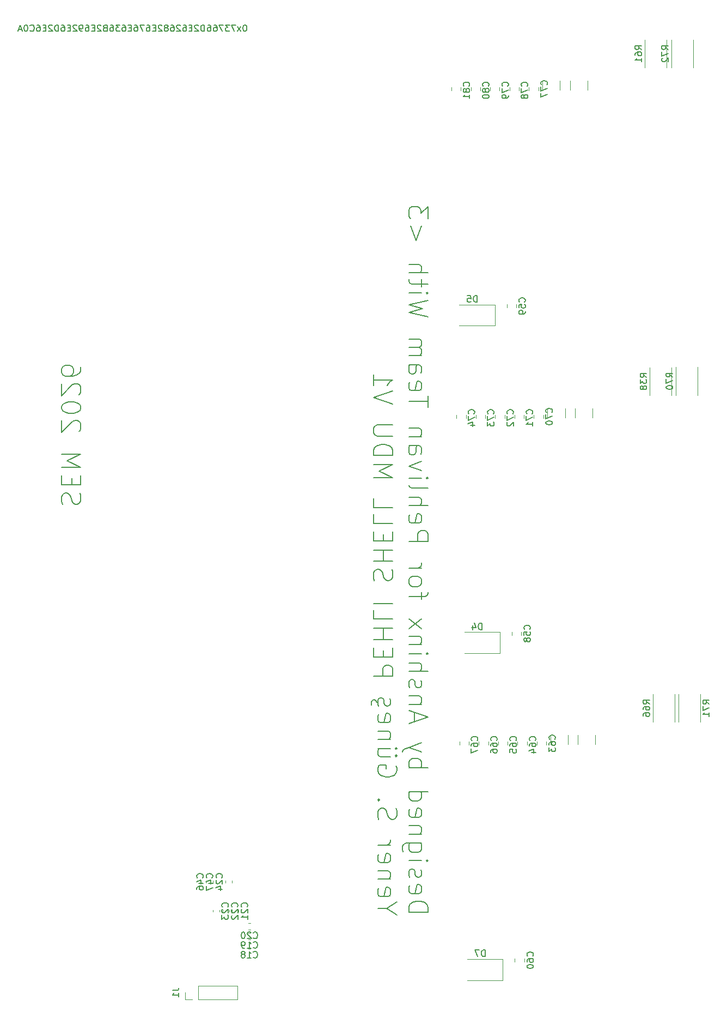
<source format=gbr>
%TF.GenerationSoftware,KiCad,Pcbnew,9.0.7*%
%TF.CreationDate,2026-01-12T17:17:52+03:00*%
%TF.ProjectId,Motor_Driver_Shell_Eco,4d6f746f-725f-4447-9269-7665725f5368,rev?*%
%TF.SameCoordinates,Original*%
%TF.FileFunction,Legend,Bot*%
%TF.FilePolarity,Positive*%
%FSLAX46Y46*%
G04 Gerber Fmt 4.6, Leading zero omitted, Abs format (unit mm)*
G04 Created by KiCad (PCBNEW 9.0.7) date 2026-01-12 17:17:52*
%MOMM*%
%LPD*%
G01*
G04 APERTURE LIST*
%ADD10C,0.200000*%
%ADD11C,0.150000*%
%ADD12C,0.120000*%
G04 APERTURE END LIST*
D10*
X148377542Y-124006636D02*
X151377542Y-124006636D01*
X151377542Y-124006636D02*
X151377542Y-122863779D01*
X151377542Y-122863779D02*
X151234685Y-122578064D01*
X151234685Y-122578064D02*
X151091828Y-122435207D01*
X151091828Y-122435207D02*
X150806114Y-122292350D01*
X150806114Y-122292350D02*
X150377542Y-122292350D01*
X150377542Y-122292350D02*
X150091828Y-122435207D01*
X150091828Y-122435207D02*
X149948971Y-122578064D01*
X149948971Y-122578064D02*
X149806114Y-122863779D01*
X149806114Y-122863779D02*
X149806114Y-124006636D01*
X149948971Y-121006636D02*
X149948971Y-120006636D01*
X148377542Y-119578064D02*
X148377542Y-121006636D01*
X148377542Y-121006636D02*
X151377542Y-121006636D01*
X151377542Y-121006636D02*
X151377542Y-119578064D01*
X148377542Y-118292350D02*
X151377542Y-118292350D01*
X149948971Y-118292350D02*
X149948971Y-116578064D01*
X148377542Y-116578064D02*
X151377542Y-116578064D01*
X148377542Y-113720921D02*
X148377542Y-115149493D01*
X148377542Y-115149493D02*
X151377542Y-115149493D01*
X148377542Y-112720922D02*
X151377542Y-112720922D01*
X148520400Y-109149494D02*
X148377542Y-108720923D01*
X148377542Y-108720923D02*
X148377542Y-108006637D01*
X148377542Y-108006637D02*
X148520400Y-107720923D01*
X148520400Y-107720923D02*
X148663257Y-107578065D01*
X148663257Y-107578065D02*
X148948971Y-107435208D01*
X148948971Y-107435208D02*
X149234685Y-107435208D01*
X149234685Y-107435208D02*
X149520400Y-107578065D01*
X149520400Y-107578065D02*
X149663257Y-107720923D01*
X149663257Y-107720923D02*
X149806114Y-108006637D01*
X149806114Y-108006637D02*
X149948971Y-108578065D01*
X149948971Y-108578065D02*
X150091828Y-108863780D01*
X150091828Y-108863780D02*
X150234685Y-109006637D01*
X150234685Y-109006637D02*
X150520400Y-109149494D01*
X150520400Y-109149494D02*
X150806114Y-109149494D01*
X150806114Y-109149494D02*
X151091828Y-109006637D01*
X151091828Y-109006637D02*
X151234685Y-108863780D01*
X151234685Y-108863780D02*
X151377542Y-108578065D01*
X151377542Y-108578065D02*
X151377542Y-107863780D01*
X151377542Y-107863780D02*
X151234685Y-107435208D01*
X148377542Y-106149494D02*
X151377542Y-106149494D01*
X149948971Y-106149494D02*
X149948971Y-104435208D01*
X148377542Y-104435208D02*
X151377542Y-104435208D01*
X149948971Y-103006637D02*
X149948971Y-102006637D01*
X148377542Y-101578065D02*
X148377542Y-103006637D01*
X148377542Y-103006637D02*
X151377542Y-103006637D01*
X151377542Y-103006637D02*
X151377542Y-101578065D01*
X148377542Y-98863779D02*
X148377542Y-100292351D01*
X148377542Y-100292351D02*
X151377542Y-100292351D01*
X148377542Y-96435208D02*
X148377542Y-97863780D01*
X148377542Y-97863780D02*
X151377542Y-97863780D01*
X148377542Y-93149495D02*
X151377542Y-93149495D01*
X151377542Y-93149495D02*
X149234685Y-92149495D01*
X149234685Y-92149495D02*
X151377542Y-91149495D01*
X151377542Y-91149495D02*
X148377542Y-91149495D01*
X148377542Y-89720924D02*
X151377542Y-89720924D01*
X151377542Y-89720924D02*
X151377542Y-89006638D01*
X151377542Y-89006638D02*
X151234685Y-88578067D01*
X151234685Y-88578067D02*
X150948971Y-88292352D01*
X150948971Y-88292352D02*
X150663257Y-88149495D01*
X150663257Y-88149495D02*
X150091828Y-88006638D01*
X150091828Y-88006638D02*
X149663257Y-88006638D01*
X149663257Y-88006638D02*
X149091828Y-88149495D01*
X149091828Y-88149495D02*
X148806114Y-88292352D01*
X148806114Y-88292352D02*
X148520400Y-88578067D01*
X148520400Y-88578067D02*
X148377542Y-89006638D01*
X148377542Y-89006638D02*
X148377542Y-89720924D01*
X151377542Y-86720924D02*
X148948971Y-86720924D01*
X148948971Y-86720924D02*
X148663257Y-86578067D01*
X148663257Y-86578067D02*
X148520400Y-86435210D01*
X148520400Y-86435210D02*
X148377542Y-86149495D01*
X148377542Y-86149495D02*
X148377542Y-85578067D01*
X148377542Y-85578067D02*
X148520400Y-85292352D01*
X148520400Y-85292352D02*
X148663257Y-85149495D01*
X148663257Y-85149495D02*
X148948971Y-85006638D01*
X148948971Y-85006638D02*
X151377542Y-85006638D01*
X151377542Y-81720924D02*
X148377542Y-80720924D01*
X148377542Y-80720924D02*
X151377542Y-79720924D01*
X148377542Y-77149495D02*
X148377542Y-78863781D01*
X148377542Y-78006638D02*
X151377542Y-78006638D01*
X151377542Y-78006638D02*
X150948971Y-78292352D01*
X150948971Y-78292352D02*
X150663257Y-78578067D01*
X150663257Y-78578067D02*
X150520400Y-78863781D01*
X100020400Y-97296993D02*
X99877542Y-96868422D01*
X99877542Y-96868422D02*
X99877542Y-96154136D01*
X99877542Y-96154136D02*
X100020400Y-95868422D01*
X100020400Y-95868422D02*
X100163257Y-95725564D01*
X100163257Y-95725564D02*
X100448971Y-95582707D01*
X100448971Y-95582707D02*
X100734685Y-95582707D01*
X100734685Y-95582707D02*
X101020400Y-95725564D01*
X101020400Y-95725564D02*
X101163257Y-95868422D01*
X101163257Y-95868422D02*
X101306114Y-96154136D01*
X101306114Y-96154136D02*
X101448971Y-96725564D01*
X101448971Y-96725564D02*
X101591828Y-97011279D01*
X101591828Y-97011279D02*
X101734685Y-97154136D01*
X101734685Y-97154136D02*
X102020400Y-97296993D01*
X102020400Y-97296993D02*
X102306114Y-97296993D01*
X102306114Y-97296993D02*
X102591828Y-97154136D01*
X102591828Y-97154136D02*
X102734685Y-97011279D01*
X102734685Y-97011279D02*
X102877542Y-96725564D01*
X102877542Y-96725564D02*
X102877542Y-96011279D01*
X102877542Y-96011279D02*
X102734685Y-95582707D01*
X101448971Y-94296993D02*
X101448971Y-93296993D01*
X99877542Y-92868421D02*
X99877542Y-94296993D01*
X99877542Y-94296993D02*
X102877542Y-94296993D01*
X102877542Y-94296993D02*
X102877542Y-92868421D01*
X99877542Y-91582707D02*
X102877542Y-91582707D01*
X102877542Y-91582707D02*
X100734685Y-90582707D01*
X100734685Y-90582707D02*
X102877542Y-89582707D01*
X102877542Y-89582707D02*
X99877542Y-89582707D01*
X102591828Y-86011279D02*
X102734685Y-85868422D01*
X102734685Y-85868422D02*
X102877542Y-85582708D01*
X102877542Y-85582708D02*
X102877542Y-84868422D01*
X102877542Y-84868422D02*
X102734685Y-84582708D01*
X102734685Y-84582708D02*
X102591828Y-84439850D01*
X102591828Y-84439850D02*
X102306114Y-84296993D01*
X102306114Y-84296993D02*
X102020400Y-84296993D01*
X102020400Y-84296993D02*
X101591828Y-84439850D01*
X101591828Y-84439850D02*
X99877542Y-86154136D01*
X99877542Y-86154136D02*
X99877542Y-84296993D01*
X102877542Y-82439850D02*
X102877542Y-82154136D01*
X102877542Y-82154136D02*
X102734685Y-81868422D01*
X102734685Y-81868422D02*
X102591828Y-81725565D01*
X102591828Y-81725565D02*
X102306114Y-81582707D01*
X102306114Y-81582707D02*
X101734685Y-81439850D01*
X101734685Y-81439850D02*
X101020400Y-81439850D01*
X101020400Y-81439850D02*
X100448971Y-81582707D01*
X100448971Y-81582707D02*
X100163257Y-81725565D01*
X100163257Y-81725565D02*
X100020400Y-81868422D01*
X100020400Y-81868422D02*
X99877542Y-82154136D01*
X99877542Y-82154136D02*
X99877542Y-82439850D01*
X99877542Y-82439850D02*
X100020400Y-82725565D01*
X100020400Y-82725565D02*
X100163257Y-82868422D01*
X100163257Y-82868422D02*
X100448971Y-83011279D01*
X100448971Y-83011279D02*
X101020400Y-83154136D01*
X101020400Y-83154136D02*
X101734685Y-83154136D01*
X101734685Y-83154136D02*
X102306114Y-83011279D01*
X102306114Y-83011279D02*
X102591828Y-82868422D01*
X102591828Y-82868422D02*
X102734685Y-82725565D01*
X102734685Y-82725565D02*
X102877542Y-82439850D01*
X102591828Y-80296993D02*
X102734685Y-80154136D01*
X102734685Y-80154136D02*
X102877542Y-79868422D01*
X102877542Y-79868422D02*
X102877542Y-79154136D01*
X102877542Y-79154136D02*
X102734685Y-78868422D01*
X102734685Y-78868422D02*
X102591828Y-78725564D01*
X102591828Y-78725564D02*
X102306114Y-78582707D01*
X102306114Y-78582707D02*
X102020400Y-78582707D01*
X102020400Y-78582707D02*
X101591828Y-78725564D01*
X101591828Y-78725564D02*
X99877542Y-80439850D01*
X99877542Y-80439850D02*
X99877542Y-78582707D01*
X102877542Y-76011279D02*
X102877542Y-76582707D01*
X102877542Y-76582707D02*
X102734685Y-76868421D01*
X102734685Y-76868421D02*
X102591828Y-77011279D01*
X102591828Y-77011279D02*
X102163257Y-77296993D01*
X102163257Y-77296993D02*
X101591828Y-77439850D01*
X101591828Y-77439850D02*
X100448971Y-77439850D01*
X100448971Y-77439850D02*
X100163257Y-77296993D01*
X100163257Y-77296993D02*
X100020400Y-77154136D01*
X100020400Y-77154136D02*
X99877542Y-76868421D01*
X99877542Y-76868421D02*
X99877542Y-76296993D01*
X99877542Y-76296993D02*
X100020400Y-76011279D01*
X100020400Y-76011279D02*
X100163257Y-75868421D01*
X100163257Y-75868421D02*
X100448971Y-75725564D01*
X100448971Y-75725564D02*
X101163257Y-75725564D01*
X101163257Y-75725564D02*
X101448971Y-75868421D01*
X101448971Y-75868421D02*
X101591828Y-76011279D01*
X101591828Y-76011279D02*
X101734685Y-76296993D01*
X101734685Y-76296993D02*
X101734685Y-76868421D01*
X101734685Y-76868421D02*
X101591828Y-77154136D01*
X101591828Y-77154136D02*
X101448971Y-77296993D01*
X101448971Y-77296993D02*
X101163257Y-77439850D01*
X128439850Y-22867219D02*
X128344612Y-22867219D01*
X128344612Y-22867219D02*
X128249374Y-22914838D01*
X128249374Y-22914838D02*
X128201755Y-22962457D01*
X128201755Y-22962457D02*
X128154136Y-23057695D01*
X128154136Y-23057695D02*
X128106517Y-23248171D01*
X128106517Y-23248171D02*
X128106517Y-23486266D01*
X128106517Y-23486266D02*
X128154136Y-23676742D01*
X128154136Y-23676742D02*
X128201755Y-23771980D01*
X128201755Y-23771980D02*
X128249374Y-23819600D01*
X128249374Y-23819600D02*
X128344612Y-23867219D01*
X128344612Y-23867219D02*
X128439850Y-23867219D01*
X128439850Y-23867219D02*
X128535088Y-23819600D01*
X128535088Y-23819600D02*
X128582707Y-23771980D01*
X128582707Y-23771980D02*
X128630326Y-23676742D01*
X128630326Y-23676742D02*
X128677945Y-23486266D01*
X128677945Y-23486266D02*
X128677945Y-23248171D01*
X128677945Y-23248171D02*
X128630326Y-23057695D01*
X128630326Y-23057695D02*
X128582707Y-22962457D01*
X128582707Y-22962457D02*
X128535088Y-22914838D01*
X128535088Y-22914838D02*
X128439850Y-22867219D01*
X127773183Y-23867219D02*
X127249374Y-23200552D01*
X127773183Y-23200552D02*
X127249374Y-23867219D01*
X126963659Y-22867219D02*
X126296993Y-22867219D01*
X126296993Y-22867219D02*
X126725564Y-23867219D01*
X126011278Y-22867219D02*
X125392231Y-22867219D01*
X125392231Y-22867219D02*
X125725564Y-23248171D01*
X125725564Y-23248171D02*
X125582707Y-23248171D01*
X125582707Y-23248171D02*
X125487469Y-23295790D01*
X125487469Y-23295790D02*
X125439850Y-23343409D01*
X125439850Y-23343409D02*
X125392231Y-23438647D01*
X125392231Y-23438647D02*
X125392231Y-23676742D01*
X125392231Y-23676742D02*
X125439850Y-23771980D01*
X125439850Y-23771980D02*
X125487469Y-23819600D01*
X125487469Y-23819600D02*
X125582707Y-23867219D01*
X125582707Y-23867219D02*
X125868421Y-23867219D01*
X125868421Y-23867219D02*
X125963659Y-23819600D01*
X125963659Y-23819600D02*
X126011278Y-23771980D01*
X125058897Y-22867219D02*
X124392231Y-22867219D01*
X124392231Y-22867219D02*
X124820802Y-23867219D01*
X123582707Y-22867219D02*
X123773183Y-22867219D01*
X123773183Y-22867219D02*
X123868421Y-22914838D01*
X123868421Y-22914838D02*
X123916040Y-22962457D01*
X123916040Y-22962457D02*
X124011278Y-23105314D01*
X124011278Y-23105314D02*
X124058897Y-23295790D01*
X124058897Y-23295790D02*
X124058897Y-23676742D01*
X124058897Y-23676742D02*
X124011278Y-23771980D01*
X124011278Y-23771980D02*
X123963659Y-23819600D01*
X123963659Y-23819600D02*
X123868421Y-23867219D01*
X123868421Y-23867219D02*
X123677945Y-23867219D01*
X123677945Y-23867219D02*
X123582707Y-23819600D01*
X123582707Y-23819600D02*
X123535088Y-23771980D01*
X123535088Y-23771980D02*
X123487469Y-23676742D01*
X123487469Y-23676742D02*
X123487469Y-23438647D01*
X123487469Y-23438647D02*
X123535088Y-23343409D01*
X123535088Y-23343409D02*
X123582707Y-23295790D01*
X123582707Y-23295790D02*
X123677945Y-23248171D01*
X123677945Y-23248171D02*
X123868421Y-23248171D01*
X123868421Y-23248171D02*
X123963659Y-23295790D01*
X123963659Y-23295790D02*
X124011278Y-23343409D01*
X124011278Y-23343409D02*
X124058897Y-23438647D01*
X122630326Y-22867219D02*
X122820802Y-22867219D01*
X122820802Y-22867219D02*
X122916040Y-22914838D01*
X122916040Y-22914838D02*
X122963659Y-22962457D01*
X122963659Y-22962457D02*
X123058897Y-23105314D01*
X123058897Y-23105314D02*
X123106516Y-23295790D01*
X123106516Y-23295790D02*
X123106516Y-23676742D01*
X123106516Y-23676742D02*
X123058897Y-23771980D01*
X123058897Y-23771980D02*
X123011278Y-23819600D01*
X123011278Y-23819600D02*
X122916040Y-23867219D01*
X122916040Y-23867219D02*
X122725564Y-23867219D01*
X122725564Y-23867219D02*
X122630326Y-23819600D01*
X122630326Y-23819600D02*
X122582707Y-23771980D01*
X122582707Y-23771980D02*
X122535088Y-23676742D01*
X122535088Y-23676742D02*
X122535088Y-23438647D01*
X122535088Y-23438647D02*
X122582707Y-23343409D01*
X122582707Y-23343409D02*
X122630326Y-23295790D01*
X122630326Y-23295790D02*
X122725564Y-23248171D01*
X122725564Y-23248171D02*
X122916040Y-23248171D01*
X122916040Y-23248171D02*
X123011278Y-23295790D01*
X123011278Y-23295790D02*
X123058897Y-23343409D01*
X123058897Y-23343409D02*
X123106516Y-23438647D01*
X122106516Y-23867219D02*
X122106516Y-22867219D01*
X122106516Y-22867219D02*
X121868421Y-22867219D01*
X121868421Y-22867219D02*
X121725564Y-22914838D01*
X121725564Y-22914838D02*
X121630326Y-23010076D01*
X121630326Y-23010076D02*
X121582707Y-23105314D01*
X121582707Y-23105314D02*
X121535088Y-23295790D01*
X121535088Y-23295790D02*
X121535088Y-23438647D01*
X121535088Y-23438647D02*
X121582707Y-23629123D01*
X121582707Y-23629123D02*
X121630326Y-23724361D01*
X121630326Y-23724361D02*
X121725564Y-23819600D01*
X121725564Y-23819600D02*
X121868421Y-23867219D01*
X121868421Y-23867219D02*
X122106516Y-23867219D01*
X121154135Y-22962457D02*
X121106516Y-22914838D01*
X121106516Y-22914838D02*
X121011278Y-22867219D01*
X121011278Y-22867219D02*
X120773183Y-22867219D01*
X120773183Y-22867219D02*
X120677945Y-22914838D01*
X120677945Y-22914838D02*
X120630326Y-22962457D01*
X120630326Y-22962457D02*
X120582707Y-23057695D01*
X120582707Y-23057695D02*
X120582707Y-23152933D01*
X120582707Y-23152933D02*
X120630326Y-23295790D01*
X120630326Y-23295790D02*
X121201754Y-23867219D01*
X121201754Y-23867219D02*
X120582707Y-23867219D01*
X120154135Y-23343409D02*
X119820802Y-23343409D01*
X119677945Y-23867219D02*
X120154135Y-23867219D01*
X120154135Y-23867219D02*
X120154135Y-22867219D01*
X120154135Y-22867219D02*
X119677945Y-22867219D01*
X118820802Y-22867219D02*
X119011278Y-22867219D01*
X119011278Y-22867219D02*
X119106516Y-22914838D01*
X119106516Y-22914838D02*
X119154135Y-22962457D01*
X119154135Y-22962457D02*
X119249373Y-23105314D01*
X119249373Y-23105314D02*
X119296992Y-23295790D01*
X119296992Y-23295790D02*
X119296992Y-23676742D01*
X119296992Y-23676742D02*
X119249373Y-23771980D01*
X119249373Y-23771980D02*
X119201754Y-23819600D01*
X119201754Y-23819600D02*
X119106516Y-23867219D01*
X119106516Y-23867219D02*
X118916040Y-23867219D01*
X118916040Y-23867219D02*
X118820802Y-23819600D01*
X118820802Y-23819600D02*
X118773183Y-23771980D01*
X118773183Y-23771980D02*
X118725564Y-23676742D01*
X118725564Y-23676742D02*
X118725564Y-23438647D01*
X118725564Y-23438647D02*
X118773183Y-23343409D01*
X118773183Y-23343409D02*
X118820802Y-23295790D01*
X118820802Y-23295790D02*
X118916040Y-23248171D01*
X118916040Y-23248171D02*
X119106516Y-23248171D01*
X119106516Y-23248171D02*
X119201754Y-23295790D01*
X119201754Y-23295790D02*
X119249373Y-23343409D01*
X119249373Y-23343409D02*
X119296992Y-23438647D01*
X118344611Y-22962457D02*
X118296992Y-22914838D01*
X118296992Y-22914838D02*
X118201754Y-22867219D01*
X118201754Y-22867219D02*
X117963659Y-22867219D01*
X117963659Y-22867219D02*
X117868421Y-22914838D01*
X117868421Y-22914838D02*
X117820802Y-22962457D01*
X117820802Y-22962457D02*
X117773183Y-23057695D01*
X117773183Y-23057695D02*
X117773183Y-23152933D01*
X117773183Y-23152933D02*
X117820802Y-23295790D01*
X117820802Y-23295790D02*
X118392230Y-23867219D01*
X118392230Y-23867219D02*
X117773183Y-23867219D01*
X116916040Y-22867219D02*
X117106516Y-22867219D01*
X117106516Y-22867219D02*
X117201754Y-22914838D01*
X117201754Y-22914838D02*
X117249373Y-22962457D01*
X117249373Y-22962457D02*
X117344611Y-23105314D01*
X117344611Y-23105314D02*
X117392230Y-23295790D01*
X117392230Y-23295790D02*
X117392230Y-23676742D01*
X117392230Y-23676742D02*
X117344611Y-23771980D01*
X117344611Y-23771980D02*
X117296992Y-23819600D01*
X117296992Y-23819600D02*
X117201754Y-23867219D01*
X117201754Y-23867219D02*
X117011278Y-23867219D01*
X117011278Y-23867219D02*
X116916040Y-23819600D01*
X116916040Y-23819600D02*
X116868421Y-23771980D01*
X116868421Y-23771980D02*
X116820802Y-23676742D01*
X116820802Y-23676742D02*
X116820802Y-23438647D01*
X116820802Y-23438647D02*
X116868421Y-23343409D01*
X116868421Y-23343409D02*
X116916040Y-23295790D01*
X116916040Y-23295790D02*
X117011278Y-23248171D01*
X117011278Y-23248171D02*
X117201754Y-23248171D01*
X117201754Y-23248171D02*
X117296992Y-23295790D01*
X117296992Y-23295790D02*
X117344611Y-23343409D01*
X117344611Y-23343409D02*
X117392230Y-23438647D01*
X116249373Y-23295790D02*
X116344611Y-23248171D01*
X116344611Y-23248171D02*
X116392230Y-23200552D01*
X116392230Y-23200552D02*
X116439849Y-23105314D01*
X116439849Y-23105314D02*
X116439849Y-23057695D01*
X116439849Y-23057695D02*
X116392230Y-22962457D01*
X116392230Y-22962457D02*
X116344611Y-22914838D01*
X116344611Y-22914838D02*
X116249373Y-22867219D01*
X116249373Y-22867219D02*
X116058897Y-22867219D01*
X116058897Y-22867219D02*
X115963659Y-22914838D01*
X115963659Y-22914838D02*
X115916040Y-22962457D01*
X115916040Y-22962457D02*
X115868421Y-23057695D01*
X115868421Y-23057695D02*
X115868421Y-23105314D01*
X115868421Y-23105314D02*
X115916040Y-23200552D01*
X115916040Y-23200552D02*
X115963659Y-23248171D01*
X115963659Y-23248171D02*
X116058897Y-23295790D01*
X116058897Y-23295790D02*
X116249373Y-23295790D01*
X116249373Y-23295790D02*
X116344611Y-23343409D01*
X116344611Y-23343409D02*
X116392230Y-23391028D01*
X116392230Y-23391028D02*
X116439849Y-23486266D01*
X116439849Y-23486266D02*
X116439849Y-23676742D01*
X116439849Y-23676742D02*
X116392230Y-23771980D01*
X116392230Y-23771980D02*
X116344611Y-23819600D01*
X116344611Y-23819600D02*
X116249373Y-23867219D01*
X116249373Y-23867219D02*
X116058897Y-23867219D01*
X116058897Y-23867219D02*
X115963659Y-23819600D01*
X115963659Y-23819600D02*
X115916040Y-23771980D01*
X115916040Y-23771980D02*
X115868421Y-23676742D01*
X115868421Y-23676742D02*
X115868421Y-23486266D01*
X115868421Y-23486266D02*
X115916040Y-23391028D01*
X115916040Y-23391028D02*
X115963659Y-23343409D01*
X115963659Y-23343409D02*
X116058897Y-23295790D01*
X115487468Y-22962457D02*
X115439849Y-22914838D01*
X115439849Y-22914838D02*
X115344611Y-22867219D01*
X115344611Y-22867219D02*
X115106516Y-22867219D01*
X115106516Y-22867219D02*
X115011278Y-22914838D01*
X115011278Y-22914838D02*
X114963659Y-22962457D01*
X114963659Y-22962457D02*
X114916040Y-23057695D01*
X114916040Y-23057695D02*
X114916040Y-23152933D01*
X114916040Y-23152933D02*
X114963659Y-23295790D01*
X114963659Y-23295790D02*
X115535087Y-23867219D01*
X115535087Y-23867219D02*
X114916040Y-23867219D01*
X114487468Y-23343409D02*
X114154135Y-23343409D01*
X114011278Y-23867219D02*
X114487468Y-23867219D01*
X114487468Y-23867219D02*
X114487468Y-22867219D01*
X114487468Y-22867219D02*
X114011278Y-22867219D01*
X113154135Y-22867219D02*
X113344611Y-22867219D01*
X113344611Y-22867219D02*
X113439849Y-22914838D01*
X113439849Y-22914838D02*
X113487468Y-22962457D01*
X113487468Y-22962457D02*
X113582706Y-23105314D01*
X113582706Y-23105314D02*
X113630325Y-23295790D01*
X113630325Y-23295790D02*
X113630325Y-23676742D01*
X113630325Y-23676742D02*
X113582706Y-23771980D01*
X113582706Y-23771980D02*
X113535087Y-23819600D01*
X113535087Y-23819600D02*
X113439849Y-23867219D01*
X113439849Y-23867219D02*
X113249373Y-23867219D01*
X113249373Y-23867219D02*
X113154135Y-23819600D01*
X113154135Y-23819600D02*
X113106516Y-23771980D01*
X113106516Y-23771980D02*
X113058897Y-23676742D01*
X113058897Y-23676742D02*
X113058897Y-23438647D01*
X113058897Y-23438647D02*
X113106516Y-23343409D01*
X113106516Y-23343409D02*
X113154135Y-23295790D01*
X113154135Y-23295790D02*
X113249373Y-23248171D01*
X113249373Y-23248171D02*
X113439849Y-23248171D01*
X113439849Y-23248171D02*
X113535087Y-23295790D01*
X113535087Y-23295790D02*
X113582706Y-23343409D01*
X113582706Y-23343409D02*
X113630325Y-23438647D01*
X112725563Y-22867219D02*
X112058897Y-22867219D01*
X112058897Y-22867219D02*
X112487468Y-23867219D01*
X111249373Y-22867219D02*
X111439849Y-22867219D01*
X111439849Y-22867219D02*
X111535087Y-22914838D01*
X111535087Y-22914838D02*
X111582706Y-22962457D01*
X111582706Y-22962457D02*
X111677944Y-23105314D01*
X111677944Y-23105314D02*
X111725563Y-23295790D01*
X111725563Y-23295790D02*
X111725563Y-23676742D01*
X111725563Y-23676742D02*
X111677944Y-23771980D01*
X111677944Y-23771980D02*
X111630325Y-23819600D01*
X111630325Y-23819600D02*
X111535087Y-23867219D01*
X111535087Y-23867219D02*
X111344611Y-23867219D01*
X111344611Y-23867219D02*
X111249373Y-23819600D01*
X111249373Y-23819600D02*
X111201754Y-23771980D01*
X111201754Y-23771980D02*
X111154135Y-23676742D01*
X111154135Y-23676742D02*
X111154135Y-23438647D01*
X111154135Y-23438647D02*
X111201754Y-23343409D01*
X111201754Y-23343409D02*
X111249373Y-23295790D01*
X111249373Y-23295790D02*
X111344611Y-23248171D01*
X111344611Y-23248171D02*
X111535087Y-23248171D01*
X111535087Y-23248171D02*
X111630325Y-23295790D01*
X111630325Y-23295790D02*
X111677944Y-23343409D01*
X111677944Y-23343409D02*
X111725563Y-23438647D01*
X110725563Y-23343409D02*
X110392230Y-23343409D01*
X110249373Y-23867219D02*
X110725563Y-23867219D01*
X110725563Y-23867219D02*
X110725563Y-22867219D01*
X110725563Y-22867219D02*
X110249373Y-22867219D01*
X109392230Y-22867219D02*
X109582706Y-22867219D01*
X109582706Y-22867219D02*
X109677944Y-22914838D01*
X109677944Y-22914838D02*
X109725563Y-22962457D01*
X109725563Y-22962457D02*
X109820801Y-23105314D01*
X109820801Y-23105314D02*
X109868420Y-23295790D01*
X109868420Y-23295790D02*
X109868420Y-23676742D01*
X109868420Y-23676742D02*
X109820801Y-23771980D01*
X109820801Y-23771980D02*
X109773182Y-23819600D01*
X109773182Y-23819600D02*
X109677944Y-23867219D01*
X109677944Y-23867219D02*
X109487468Y-23867219D01*
X109487468Y-23867219D02*
X109392230Y-23819600D01*
X109392230Y-23819600D02*
X109344611Y-23771980D01*
X109344611Y-23771980D02*
X109296992Y-23676742D01*
X109296992Y-23676742D02*
X109296992Y-23438647D01*
X109296992Y-23438647D02*
X109344611Y-23343409D01*
X109344611Y-23343409D02*
X109392230Y-23295790D01*
X109392230Y-23295790D02*
X109487468Y-23248171D01*
X109487468Y-23248171D02*
X109677944Y-23248171D01*
X109677944Y-23248171D02*
X109773182Y-23295790D01*
X109773182Y-23295790D02*
X109820801Y-23343409D01*
X109820801Y-23343409D02*
X109868420Y-23438647D01*
X108963658Y-22867219D02*
X108344611Y-22867219D01*
X108344611Y-22867219D02*
X108677944Y-23248171D01*
X108677944Y-23248171D02*
X108535087Y-23248171D01*
X108535087Y-23248171D02*
X108439849Y-23295790D01*
X108439849Y-23295790D02*
X108392230Y-23343409D01*
X108392230Y-23343409D02*
X108344611Y-23438647D01*
X108344611Y-23438647D02*
X108344611Y-23676742D01*
X108344611Y-23676742D02*
X108392230Y-23771980D01*
X108392230Y-23771980D02*
X108439849Y-23819600D01*
X108439849Y-23819600D02*
X108535087Y-23867219D01*
X108535087Y-23867219D02*
X108820801Y-23867219D01*
X108820801Y-23867219D02*
X108916039Y-23819600D01*
X108916039Y-23819600D02*
X108963658Y-23771980D01*
X107487468Y-22867219D02*
X107677944Y-22867219D01*
X107677944Y-22867219D02*
X107773182Y-22914838D01*
X107773182Y-22914838D02*
X107820801Y-22962457D01*
X107820801Y-22962457D02*
X107916039Y-23105314D01*
X107916039Y-23105314D02*
X107963658Y-23295790D01*
X107963658Y-23295790D02*
X107963658Y-23676742D01*
X107963658Y-23676742D02*
X107916039Y-23771980D01*
X107916039Y-23771980D02*
X107868420Y-23819600D01*
X107868420Y-23819600D02*
X107773182Y-23867219D01*
X107773182Y-23867219D02*
X107582706Y-23867219D01*
X107582706Y-23867219D02*
X107487468Y-23819600D01*
X107487468Y-23819600D02*
X107439849Y-23771980D01*
X107439849Y-23771980D02*
X107392230Y-23676742D01*
X107392230Y-23676742D02*
X107392230Y-23438647D01*
X107392230Y-23438647D02*
X107439849Y-23343409D01*
X107439849Y-23343409D02*
X107487468Y-23295790D01*
X107487468Y-23295790D02*
X107582706Y-23248171D01*
X107582706Y-23248171D02*
X107773182Y-23248171D01*
X107773182Y-23248171D02*
X107868420Y-23295790D01*
X107868420Y-23295790D02*
X107916039Y-23343409D01*
X107916039Y-23343409D02*
X107963658Y-23438647D01*
X106630325Y-23343409D02*
X106487468Y-23391028D01*
X106487468Y-23391028D02*
X106439849Y-23438647D01*
X106439849Y-23438647D02*
X106392230Y-23533885D01*
X106392230Y-23533885D02*
X106392230Y-23676742D01*
X106392230Y-23676742D02*
X106439849Y-23771980D01*
X106439849Y-23771980D02*
X106487468Y-23819600D01*
X106487468Y-23819600D02*
X106582706Y-23867219D01*
X106582706Y-23867219D02*
X106963658Y-23867219D01*
X106963658Y-23867219D02*
X106963658Y-22867219D01*
X106963658Y-22867219D02*
X106630325Y-22867219D01*
X106630325Y-22867219D02*
X106535087Y-22914838D01*
X106535087Y-22914838D02*
X106487468Y-22962457D01*
X106487468Y-22962457D02*
X106439849Y-23057695D01*
X106439849Y-23057695D02*
X106439849Y-23152933D01*
X106439849Y-23152933D02*
X106487468Y-23248171D01*
X106487468Y-23248171D02*
X106535087Y-23295790D01*
X106535087Y-23295790D02*
X106630325Y-23343409D01*
X106630325Y-23343409D02*
X106963658Y-23343409D01*
X106011277Y-22962457D02*
X105963658Y-22914838D01*
X105963658Y-22914838D02*
X105868420Y-22867219D01*
X105868420Y-22867219D02*
X105630325Y-22867219D01*
X105630325Y-22867219D02*
X105535087Y-22914838D01*
X105535087Y-22914838D02*
X105487468Y-22962457D01*
X105487468Y-22962457D02*
X105439849Y-23057695D01*
X105439849Y-23057695D02*
X105439849Y-23152933D01*
X105439849Y-23152933D02*
X105487468Y-23295790D01*
X105487468Y-23295790D02*
X106058896Y-23867219D01*
X106058896Y-23867219D02*
X105439849Y-23867219D01*
X105011277Y-23343409D02*
X104677944Y-23343409D01*
X104535087Y-23867219D02*
X105011277Y-23867219D01*
X105011277Y-23867219D02*
X105011277Y-22867219D01*
X105011277Y-22867219D02*
X104535087Y-22867219D01*
X103677944Y-22867219D02*
X103868420Y-22867219D01*
X103868420Y-22867219D02*
X103963658Y-22914838D01*
X103963658Y-22914838D02*
X104011277Y-22962457D01*
X104011277Y-22962457D02*
X104106515Y-23105314D01*
X104106515Y-23105314D02*
X104154134Y-23295790D01*
X104154134Y-23295790D02*
X104154134Y-23676742D01*
X104154134Y-23676742D02*
X104106515Y-23771980D01*
X104106515Y-23771980D02*
X104058896Y-23819600D01*
X104058896Y-23819600D02*
X103963658Y-23867219D01*
X103963658Y-23867219D02*
X103773182Y-23867219D01*
X103773182Y-23867219D02*
X103677944Y-23819600D01*
X103677944Y-23819600D02*
X103630325Y-23771980D01*
X103630325Y-23771980D02*
X103582706Y-23676742D01*
X103582706Y-23676742D02*
X103582706Y-23438647D01*
X103582706Y-23438647D02*
X103630325Y-23343409D01*
X103630325Y-23343409D02*
X103677944Y-23295790D01*
X103677944Y-23295790D02*
X103773182Y-23248171D01*
X103773182Y-23248171D02*
X103963658Y-23248171D01*
X103963658Y-23248171D02*
X104058896Y-23295790D01*
X104058896Y-23295790D02*
X104106515Y-23343409D01*
X104106515Y-23343409D02*
X104154134Y-23438647D01*
X103106515Y-23867219D02*
X102916039Y-23867219D01*
X102916039Y-23867219D02*
X102820801Y-23819600D01*
X102820801Y-23819600D02*
X102773182Y-23771980D01*
X102773182Y-23771980D02*
X102677944Y-23629123D01*
X102677944Y-23629123D02*
X102630325Y-23438647D01*
X102630325Y-23438647D02*
X102630325Y-23057695D01*
X102630325Y-23057695D02*
X102677944Y-22962457D01*
X102677944Y-22962457D02*
X102725563Y-22914838D01*
X102725563Y-22914838D02*
X102820801Y-22867219D01*
X102820801Y-22867219D02*
X103011277Y-22867219D01*
X103011277Y-22867219D02*
X103106515Y-22914838D01*
X103106515Y-22914838D02*
X103154134Y-22962457D01*
X103154134Y-22962457D02*
X103201753Y-23057695D01*
X103201753Y-23057695D02*
X103201753Y-23295790D01*
X103201753Y-23295790D02*
X103154134Y-23391028D01*
X103154134Y-23391028D02*
X103106515Y-23438647D01*
X103106515Y-23438647D02*
X103011277Y-23486266D01*
X103011277Y-23486266D02*
X102820801Y-23486266D01*
X102820801Y-23486266D02*
X102725563Y-23438647D01*
X102725563Y-23438647D02*
X102677944Y-23391028D01*
X102677944Y-23391028D02*
X102630325Y-23295790D01*
X102249372Y-22962457D02*
X102201753Y-22914838D01*
X102201753Y-22914838D02*
X102106515Y-22867219D01*
X102106515Y-22867219D02*
X101868420Y-22867219D01*
X101868420Y-22867219D02*
X101773182Y-22914838D01*
X101773182Y-22914838D02*
X101725563Y-22962457D01*
X101725563Y-22962457D02*
X101677944Y-23057695D01*
X101677944Y-23057695D02*
X101677944Y-23152933D01*
X101677944Y-23152933D02*
X101725563Y-23295790D01*
X101725563Y-23295790D02*
X102296991Y-23867219D01*
X102296991Y-23867219D02*
X101677944Y-23867219D01*
X101249372Y-23343409D02*
X100916039Y-23343409D01*
X100773182Y-23867219D02*
X101249372Y-23867219D01*
X101249372Y-23867219D02*
X101249372Y-22867219D01*
X101249372Y-22867219D02*
X100773182Y-22867219D01*
X99916039Y-22867219D02*
X100106515Y-22867219D01*
X100106515Y-22867219D02*
X100201753Y-22914838D01*
X100201753Y-22914838D02*
X100249372Y-22962457D01*
X100249372Y-22962457D02*
X100344610Y-23105314D01*
X100344610Y-23105314D02*
X100392229Y-23295790D01*
X100392229Y-23295790D02*
X100392229Y-23676742D01*
X100392229Y-23676742D02*
X100344610Y-23771980D01*
X100344610Y-23771980D02*
X100296991Y-23819600D01*
X100296991Y-23819600D02*
X100201753Y-23867219D01*
X100201753Y-23867219D02*
X100011277Y-23867219D01*
X100011277Y-23867219D02*
X99916039Y-23819600D01*
X99916039Y-23819600D02*
X99868420Y-23771980D01*
X99868420Y-23771980D02*
X99820801Y-23676742D01*
X99820801Y-23676742D02*
X99820801Y-23438647D01*
X99820801Y-23438647D02*
X99868420Y-23343409D01*
X99868420Y-23343409D02*
X99916039Y-23295790D01*
X99916039Y-23295790D02*
X100011277Y-23248171D01*
X100011277Y-23248171D02*
X100201753Y-23248171D01*
X100201753Y-23248171D02*
X100296991Y-23295790D01*
X100296991Y-23295790D02*
X100344610Y-23343409D01*
X100344610Y-23343409D02*
X100392229Y-23438647D01*
X99392229Y-23867219D02*
X99392229Y-22867219D01*
X99392229Y-22867219D02*
X99154134Y-22867219D01*
X99154134Y-22867219D02*
X99011277Y-22914838D01*
X99011277Y-22914838D02*
X98916039Y-23010076D01*
X98916039Y-23010076D02*
X98868420Y-23105314D01*
X98868420Y-23105314D02*
X98820801Y-23295790D01*
X98820801Y-23295790D02*
X98820801Y-23438647D01*
X98820801Y-23438647D02*
X98868420Y-23629123D01*
X98868420Y-23629123D02*
X98916039Y-23724361D01*
X98916039Y-23724361D02*
X99011277Y-23819600D01*
X99011277Y-23819600D02*
X99154134Y-23867219D01*
X99154134Y-23867219D02*
X99392229Y-23867219D01*
X98439848Y-22962457D02*
X98392229Y-22914838D01*
X98392229Y-22914838D02*
X98296991Y-22867219D01*
X98296991Y-22867219D02*
X98058896Y-22867219D01*
X98058896Y-22867219D02*
X97963658Y-22914838D01*
X97963658Y-22914838D02*
X97916039Y-22962457D01*
X97916039Y-22962457D02*
X97868420Y-23057695D01*
X97868420Y-23057695D02*
X97868420Y-23152933D01*
X97868420Y-23152933D02*
X97916039Y-23295790D01*
X97916039Y-23295790D02*
X98487467Y-23867219D01*
X98487467Y-23867219D02*
X97868420Y-23867219D01*
X97439848Y-23343409D02*
X97106515Y-23343409D01*
X96963658Y-23867219D02*
X97439848Y-23867219D01*
X97439848Y-23867219D02*
X97439848Y-22867219D01*
X97439848Y-22867219D02*
X96963658Y-22867219D01*
X96106515Y-22867219D02*
X96296991Y-22867219D01*
X96296991Y-22867219D02*
X96392229Y-22914838D01*
X96392229Y-22914838D02*
X96439848Y-22962457D01*
X96439848Y-22962457D02*
X96535086Y-23105314D01*
X96535086Y-23105314D02*
X96582705Y-23295790D01*
X96582705Y-23295790D02*
X96582705Y-23676742D01*
X96582705Y-23676742D02*
X96535086Y-23771980D01*
X96535086Y-23771980D02*
X96487467Y-23819600D01*
X96487467Y-23819600D02*
X96392229Y-23867219D01*
X96392229Y-23867219D02*
X96201753Y-23867219D01*
X96201753Y-23867219D02*
X96106515Y-23819600D01*
X96106515Y-23819600D02*
X96058896Y-23771980D01*
X96058896Y-23771980D02*
X96011277Y-23676742D01*
X96011277Y-23676742D02*
X96011277Y-23438647D01*
X96011277Y-23438647D02*
X96058896Y-23343409D01*
X96058896Y-23343409D02*
X96106515Y-23295790D01*
X96106515Y-23295790D02*
X96201753Y-23248171D01*
X96201753Y-23248171D02*
X96392229Y-23248171D01*
X96392229Y-23248171D02*
X96487467Y-23295790D01*
X96487467Y-23295790D02*
X96535086Y-23343409D01*
X96535086Y-23343409D02*
X96582705Y-23438647D01*
X95011277Y-23771980D02*
X95058896Y-23819600D01*
X95058896Y-23819600D02*
X95201753Y-23867219D01*
X95201753Y-23867219D02*
X95296991Y-23867219D01*
X95296991Y-23867219D02*
X95439848Y-23819600D01*
X95439848Y-23819600D02*
X95535086Y-23724361D01*
X95535086Y-23724361D02*
X95582705Y-23629123D01*
X95582705Y-23629123D02*
X95630324Y-23438647D01*
X95630324Y-23438647D02*
X95630324Y-23295790D01*
X95630324Y-23295790D02*
X95582705Y-23105314D01*
X95582705Y-23105314D02*
X95535086Y-23010076D01*
X95535086Y-23010076D02*
X95439848Y-22914838D01*
X95439848Y-22914838D02*
X95296991Y-22867219D01*
X95296991Y-22867219D02*
X95201753Y-22867219D01*
X95201753Y-22867219D02*
X95058896Y-22914838D01*
X95058896Y-22914838D02*
X95011277Y-22962457D01*
X94392229Y-22867219D02*
X94296991Y-22867219D01*
X94296991Y-22867219D02*
X94201753Y-22914838D01*
X94201753Y-22914838D02*
X94154134Y-22962457D01*
X94154134Y-22962457D02*
X94106515Y-23057695D01*
X94106515Y-23057695D02*
X94058896Y-23248171D01*
X94058896Y-23248171D02*
X94058896Y-23486266D01*
X94058896Y-23486266D02*
X94106515Y-23676742D01*
X94106515Y-23676742D02*
X94154134Y-23771980D01*
X94154134Y-23771980D02*
X94201753Y-23819600D01*
X94201753Y-23819600D02*
X94296991Y-23867219D01*
X94296991Y-23867219D02*
X94392229Y-23867219D01*
X94392229Y-23867219D02*
X94487467Y-23819600D01*
X94487467Y-23819600D02*
X94535086Y-23771980D01*
X94535086Y-23771980D02*
X94582705Y-23676742D01*
X94582705Y-23676742D02*
X94630324Y-23486266D01*
X94630324Y-23486266D02*
X94630324Y-23248171D01*
X94630324Y-23248171D02*
X94582705Y-23057695D01*
X94582705Y-23057695D02*
X94535086Y-22962457D01*
X94535086Y-22962457D02*
X94487467Y-22914838D01*
X94487467Y-22914838D02*
X94392229Y-22867219D01*
X93677943Y-23581504D02*
X93201753Y-23581504D01*
X93773181Y-23867219D02*
X93439848Y-22867219D01*
X93439848Y-22867219D02*
X93106515Y-23867219D01*
X153867038Y-160654136D02*
X156867038Y-160654136D01*
X156867038Y-160654136D02*
X156867038Y-159939850D01*
X156867038Y-159939850D02*
X156724181Y-159511279D01*
X156724181Y-159511279D02*
X156438467Y-159225564D01*
X156438467Y-159225564D02*
X156152753Y-159082707D01*
X156152753Y-159082707D02*
X155581324Y-158939850D01*
X155581324Y-158939850D02*
X155152753Y-158939850D01*
X155152753Y-158939850D02*
X154581324Y-159082707D01*
X154581324Y-159082707D02*
X154295610Y-159225564D01*
X154295610Y-159225564D02*
X154009896Y-159511279D01*
X154009896Y-159511279D02*
X153867038Y-159939850D01*
X153867038Y-159939850D02*
X153867038Y-160654136D01*
X154009896Y-156511279D02*
X153867038Y-156796993D01*
X153867038Y-156796993D02*
X153867038Y-157368422D01*
X153867038Y-157368422D02*
X154009896Y-157654136D01*
X154009896Y-157654136D02*
X154295610Y-157796993D01*
X154295610Y-157796993D02*
X155438467Y-157796993D01*
X155438467Y-157796993D02*
X155724181Y-157654136D01*
X155724181Y-157654136D02*
X155867038Y-157368422D01*
X155867038Y-157368422D02*
X155867038Y-156796993D01*
X155867038Y-156796993D02*
X155724181Y-156511279D01*
X155724181Y-156511279D02*
X155438467Y-156368422D01*
X155438467Y-156368422D02*
X155152753Y-156368422D01*
X155152753Y-156368422D02*
X154867038Y-157796993D01*
X154009896Y-155225564D02*
X153867038Y-154939850D01*
X153867038Y-154939850D02*
X153867038Y-154368421D01*
X153867038Y-154368421D02*
X154009896Y-154082707D01*
X154009896Y-154082707D02*
X154295610Y-153939850D01*
X154295610Y-153939850D02*
X154438467Y-153939850D01*
X154438467Y-153939850D02*
X154724181Y-154082707D01*
X154724181Y-154082707D02*
X154867038Y-154368421D01*
X154867038Y-154368421D02*
X154867038Y-154796993D01*
X154867038Y-154796993D02*
X155009896Y-155082707D01*
X155009896Y-155082707D02*
X155295610Y-155225564D01*
X155295610Y-155225564D02*
X155438467Y-155225564D01*
X155438467Y-155225564D02*
X155724181Y-155082707D01*
X155724181Y-155082707D02*
X155867038Y-154796993D01*
X155867038Y-154796993D02*
X155867038Y-154368421D01*
X155867038Y-154368421D02*
X155724181Y-154082707D01*
X153867038Y-152654136D02*
X155867038Y-152654136D01*
X156867038Y-152654136D02*
X156724181Y-152796993D01*
X156724181Y-152796993D02*
X156581324Y-152654136D01*
X156581324Y-152654136D02*
X156724181Y-152511279D01*
X156724181Y-152511279D02*
X156867038Y-152654136D01*
X156867038Y-152654136D02*
X156581324Y-152654136D01*
X155867038Y-149939851D02*
X153438467Y-149939851D01*
X153438467Y-149939851D02*
X153152753Y-150082708D01*
X153152753Y-150082708D02*
X153009896Y-150225565D01*
X153009896Y-150225565D02*
X152867038Y-150511279D01*
X152867038Y-150511279D02*
X152867038Y-150939851D01*
X152867038Y-150939851D02*
X153009896Y-151225565D01*
X154009896Y-149939851D02*
X153867038Y-150225565D01*
X153867038Y-150225565D02*
X153867038Y-150796993D01*
X153867038Y-150796993D02*
X154009896Y-151082708D01*
X154009896Y-151082708D02*
X154152753Y-151225565D01*
X154152753Y-151225565D02*
X154438467Y-151368422D01*
X154438467Y-151368422D02*
X155295610Y-151368422D01*
X155295610Y-151368422D02*
X155581324Y-151225565D01*
X155581324Y-151225565D02*
X155724181Y-151082708D01*
X155724181Y-151082708D02*
X155867038Y-150796993D01*
X155867038Y-150796993D02*
X155867038Y-150225565D01*
X155867038Y-150225565D02*
X155724181Y-149939851D01*
X155867038Y-148511279D02*
X153867038Y-148511279D01*
X155581324Y-148511279D02*
X155724181Y-148368422D01*
X155724181Y-148368422D02*
X155867038Y-148082707D01*
X155867038Y-148082707D02*
X155867038Y-147654136D01*
X155867038Y-147654136D02*
X155724181Y-147368422D01*
X155724181Y-147368422D02*
X155438467Y-147225565D01*
X155438467Y-147225565D02*
X153867038Y-147225565D01*
X154009896Y-144654136D02*
X153867038Y-144939850D01*
X153867038Y-144939850D02*
X153867038Y-145511279D01*
X153867038Y-145511279D02*
X154009896Y-145796993D01*
X154009896Y-145796993D02*
X154295610Y-145939850D01*
X154295610Y-145939850D02*
X155438467Y-145939850D01*
X155438467Y-145939850D02*
X155724181Y-145796993D01*
X155724181Y-145796993D02*
X155867038Y-145511279D01*
X155867038Y-145511279D02*
X155867038Y-144939850D01*
X155867038Y-144939850D02*
X155724181Y-144654136D01*
X155724181Y-144654136D02*
X155438467Y-144511279D01*
X155438467Y-144511279D02*
X155152753Y-144511279D01*
X155152753Y-144511279D02*
X154867038Y-145939850D01*
X153867038Y-141939850D02*
X156867038Y-141939850D01*
X154009896Y-141939850D02*
X153867038Y-142225564D01*
X153867038Y-142225564D02*
X153867038Y-142796992D01*
X153867038Y-142796992D02*
X154009896Y-143082707D01*
X154009896Y-143082707D02*
X154152753Y-143225564D01*
X154152753Y-143225564D02*
X154438467Y-143368421D01*
X154438467Y-143368421D02*
X155295610Y-143368421D01*
X155295610Y-143368421D02*
X155581324Y-143225564D01*
X155581324Y-143225564D02*
X155724181Y-143082707D01*
X155724181Y-143082707D02*
X155867038Y-142796992D01*
X155867038Y-142796992D02*
X155867038Y-142225564D01*
X155867038Y-142225564D02*
X155724181Y-141939850D01*
X153867038Y-138225564D02*
X156867038Y-138225564D01*
X155724181Y-138225564D02*
X155867038Y-137939850D01*
X155867038Y-137939850D02*
X155867038Y-137368421D01*
X155867038Y-137368421D02*
X155724181Y-137082707D01*
X155724181Y-137082707D02*
X155581324Y-136939850D01*
X155581324Y-136939850D02*
X155295610Y-136796992D01*
X155295610Y-136796992D02*
X154438467Y-136796992D01*
X154438467Y-136796992D02*
X154152753Y-136939850D01*
X154152753Y-136939850D02*
X154009896Y-137082707D01*
X154009896Y-137082707D02*
X153867038Y-137368421D01*
X153867038Y-137368421D02*
X153867038Y-137939850D01*
X153867038Y-137939850D02*
X154009896Y-138225564D01*
X155867038Y-135796992D02*
X153867038Y-135082706D01*
X155867038Y-134368421D02*
X153867038Y-135082706D01*
X153867038Y-135082706D02*
X153152753Y-135368421D01*
X153152753Y-135368421D02*
X153009896Y-135511278D01*
X153009896Y-135511278D02*
X152867038Y-135796992D01*
X154724181Y-131082707D02*
X154724181Y-129654136D01*
X153867038Y-131368421D02*
X156867038Y-130368421D01*
X156867038Y-130368421D02*
X153867038Y-129368421D01*
X155867038Y-128368421D02*
X153867038Y-128368421D01*
X155581324Y-128368421D02*
X155724181Y-128225564D01*
X155724181Y-128225564D02*
X155867038Y-127939849D01*
X155867038Y-127939849D02*
X155867038Y-127511278D01*
X155867038Y-127511278D02*
X155724181Y-127225564D01*
X155724181Y-127225564D02*
X155438467Y-127082707D01*
X155438467Y-127082707D02*
X153867038Y-127082707D01*
X154009896Y-125796992D02*
X153867038Y-125511278D01*
X153867038Y-125511278D02*
X153867038Y-124939849D01*
X153867038Y-124939849D02*
X154009896Y-124654135D01*
X154009896Y-124654135D02*
X154295610Y-124511278D01*
X154295610Y-124511278D02*
X154438467Y-124511278D01*
X154438467Y-124511278D02*
X154724181Y-124654135D01*
X154724181Y-124654135D02*
X154867038Y-124939849D01*
X154867038Y-124939849D02*
X154867038Y-125368421D01*
X154867038Y-125368421D02*
X155009896Y-125654135D01*
X155009896Y-125654135D02*
X155295610Y-125796992D01*
X155295610Y-125796992D02*
X155438467Y-125796992D01*
X155438467Y-125796992D02*
X155724181Y-125654135D01*
X155724181Y-125654135D02*
X155867038Y-125368421D01*
X155867038Y-125368421D02*
X155867038Y-124939849D01*
X155867038Y-124939849D02*
X155724181Y-124654135D01*
X153867038Y-123225564D02*
X156867038Y-123225564D01*
X153867038Y-121939850D02*
X155438467Y-121939850D01*
X155438467Y-121939850D02*
X155724181Y-122082707D01*
X155724181Y-122082707D02*
X155867038Y-122368421D01*
X155867038Y-122368421D02*
X155867038Y-122796992D01*
X155867038Y-122796992D02*
X155724181Y-123082707D01*
X155724181Y-123082707D02*
X155581324Y-123225564D01*
X153867038Y-120511278D02*
X155867038Y-120511278D01*
X156867038Y-120511278D02*
X156724181Y-120654135D01*
X156724181Y-120654135D02*
X156581324Y-120511278D01*
X156581324Y-120511278D02*
X156724181Y-120368421D01*
X156724181Y-120368421D02*
X156867038Y-120511278D01*
X156867038Y-120511278D02*
X156581324Y-120511278D01*
X155867038Y-119082707D02*
X153867038Y-119082707D01*
X155581324Y-119082707D02*
X155724181Y-118939850D01*
X155724181Y-118939850D02*
X155867038Y-118654135D01*
X155867038Y-118654135D02*
X155867038Y-118225564D01*
X155867038Y-118225564D02*
X155724181Y-117939850D01*
X155724181Y-117939850D02*
X155438467Y-117796993D01*
X155438467Y-117796993D02*
X153867038Y-117796993D01*
X153867038Y-116654135D02*
X155867038Y-115082707D01*
X155867038Y-116654135D02*
X153867038Y-115082707D01*
X155867038Y-112082707D02*
X155867038Y-110939850D01*
X153867038Y-111654136D02*
X156438467Y-111654136D01*
X156438467Y-111654136D02*
X156724181Y-111511279D01*
X156724181Y-111511279D02*
X156867038Y-111225564D01*
X156867038Y-111225564D02*
X156867038Y-110939850D01*
X153867038Y-109511278D02*
X154009896Y-109796993D01*
X154009896Y-109796993D02*
X154152753Y-109939850D01*
X154152753Y-109939850D02*
X154438467Y-110082707D01*
X154438467Y-110082707D02*
X155295610Y-110082707D01*
X155295610Y-110082707D02*
X155581324Y-109939850D01*
X155581324Y-109939850D02*
X155724181Y-109796993D01*
X155724181Y-109796993D02*
X155867038Y-109511278D01*
X155867038Y-109511278D02*
X155867038Y-109082707D01*
X155867038Y-109082707D02*
X155724181Y-108796993D01*
X155724181Y-108796993D02*
X155581324Y-108654136D01*
X155581324Y-108654136D02*
X155295610Y-108511278D01*
X155295610Y-108511278D02*
X154438467Y-108511278D01*
X154438467Y-108511278D02*
X154152753Y-108654136D01*
X154152753Y-108654136D02*
X154009896Y-108796993D01*
X154009896Y-108796993D02*
X153867038Y-109082707D01*
X153867038Y-109082707D02*
X153867038Y-109511278D01*
X153867038Y-107225564D02*
X155867038Y-107225564D01*
X155295610Y-107225564D02*
X155581324Y-107082707D01*
X155581324Y-107082707D02*
X155724181Y-106939850D01*
X155724181Y-106939850D02*
X155867038Y-106654135D01*
X155867038Y-106654135D02*
X155867038Y-106368421D01*
X153867038Y-103082707D02*
X156867038Y-103082707D01*
X156867038Y-103082707D02*
X156867038Y-101939850D01*
X156867038Y-101939850D02*
X156724181Y-101654135D01*
X156724181Y-101654135D02*
X156581324Y-101511278D01*
X156581324Y-101511278D02*
X156295610Y-101368421D01*
X156295610Y-101368421D02*
X155867038Y-101368421D01*
X155867038Y-101368421D02*
X155581324Y-101511278D01*
X155581324Y-101511278D02*
X155438467Y-101654135D01*
X155438467Y-101654135D02*
X155295610Y-101939850D01*
X155295610Y-101939850D02*
X155295610Y-103082707D01*
X154009896Y-98939850D02*
X153867038Y-99225564D01*
X153867038Y-99225564D02*
X153867038Y-99796993D01*
X153867038Y-99796993D02*
X154009896Y-100082707D01*
X154009896Y-100082707D02*
X154295610Y-100225564D01*
X154295610Y-100225564D02*
X155438467Y-100225564D01*
X155438467Y-100225564D02*
X155724181Y-100082707D01*
X155724181Y-100082707D02*
X155867038Y-99796993D01*
X155867038Y-99796993D02*
X155867038Y-99225564D01*
X155867038Y-99225564D02*
X155724181Y-98939850D01*
X155724181Y-98939850D02*
X155438467Y-98796993D01*
X155438467Y-98796993D02*
X155152753Y-98796993D01*
X155152753Y-98796993D02*
X154867038Y-100225564D01*
X153867038Y-97511278D02*
X156867038Y-97511278D01*
X153867038Y-96225564D02*
X155438467Y-96225564D01*
X155438467Y-96225564D02*
X155724181Y-96368421D01*
X155724181Y-96368421D02*
X155867038Y-96654135D01*
X155867038Y-96654135D02*
X155867038Y-97082706D01*
X155867038Y-97082706D02*
X155724181Y-97368421D01*
X155724181Y-97368421D02*
X155581324Y-97511278D01*
X153867038Y-94368420D02*
X154009896Y-94654135D01*
X154009896Y-94654135D02*
X154295610Y-94796992D01*
X154295610Y-94796992D02*
X156867038Y-94796992D01*
X153867038Y-93225563D02*
X155867038Y-93225563D01*
X156867038Y-93225563D02*
X156724181Y-93368420D01*
X156724181Y-93368420D02*
X156581324Y-93225563D01*
X156581324Y-93225563D02*
X156724181Y-93082706D01*
X156724181Y-93082706D02*
X156867038Y-93225563D01*
X156867038Y-93225563D02*
X156581324Y-93225563D01*
X155867038Y-92082706D02*
X153867038Y-91368420D01*
X153867038Y-91368420D02*
X155867038Y-90654135D01*
X153867038Y-88225564D02*
X155438467Y-88225564D01*
X155438467Y-88225564D02*
X155724181Y-88368421D01*
X155724181Y-88368421D02*
X155867038Y-88654135D01*
X155867038Y-88654135D02*
X155867038Y-89225564D01*
X155867038Y-89225564D02*
X155724181Y-89511278D01*
X154009896Y-88225564D02*
X153867038Y-88511278D01*
X153867038Y-88511278D02*
X153867038Y-89225564D01*
X153867038Y-89225564D02*
X154009896Y-89511278D01*
X154009896Y-89511278D02*
X154295610Y-89654135D01*
X154295610Y-89654135D02*
X154581324Y-89654135D01*
X154581324Y-89654135D02*
X154867038Y-89511278D01*
X154867038Y-89511278D02*
X155009896Y-89225564D01*
X155009896Y-89225564D02*
X155009896Y-88511278D01*
X155009896Y-88511278D02*
X155152753Y-88225564D01*
X155867038Y-86796992D02*
X153867038Y-86796992D01*
X155581324Y-86796992D02*
X155724181Y-86654135D01*
X155724181Y-86654135D02*
X155867038Y-86368420D01*
X155867038Y-86368420D02*
X155867038Y-85939849D01*
X155867038Y-85939849D02*
X155724181Y-85654135D01*
X155724181Y-85654135D02*
X155438467Y-85511278D01*
X155438467Y-85511278D02*
X153867038Y-85511278D01*
X156867038Y-82225563D02*
X156867038Y-80511278D01*
X153867038Y-81368420D02*
X156867038Y-81368420D01*
X154009896Y-78368421D02*
X153867038Y-78654135D01*
X153867038Y-78654135D02*
X153867038Y-79225564D01*
X153867038Y-79225564D02*
X154009896Y-79511278D01*
X154009896Y-79511278D02*
X154295610Y-79654135D01*
X154295610Y-79654135D02*
X155438467Y-79654135D01*
X155438467Y-79654135D02*
X155724181Y-79511278D01*
X155724181Y-79511278D02*
X155867038Y-79225564D01*
X155867038Y-79225564D02*
X155867038Y-78654135D01*
X155867038Y-78654135D02*
X155724181Y-78368421D01*
X155724181Y-78368421D02*
X155438467Y-78225564D01*
X155438467Y-78225564D02*
X155152753Y-78225564D01*
X155152753Y-78225564D02*
X154867038Y-79654135D01*
X153867038Y-75654135D02*
X155438467Y-75654135D01*
X155438467Y-75654135D02*
X155724181Y-75796992D01*
X155724181Y-75796992D02*
X155867038Y-76082706D01*
X155867038Y-76082706D02*
X155867038Y-76654135D01*
X155867038Y-76654135D02*
X155724181Y-76939849D01*
X154009896Y-75654135D02*
X153867038Y-75939849D01*
X153867038Y-75939849D02*
X153867038Y-76654135D01*
X153867038Y-76654135D02*
X154009896Y-76939849D01*
X154009896Y-76939849D02*
X154295610Y-77082706D01*
X154295610Y-77082706D02*
X154581324Y-77082706D01*
X154581324Y-77082706D02*
X154867038Y-76939849D01*
X154867038Y-76939849D02*
X155009896Y-76654135D01*
X155009896Y-76654135D02*
X155009896Y-75939849D01*
X155009896Y-75939849D02*
X155152753Y-75654135D01*
X153867038Y-74225563D02*
X155867038Y-74225563D01*
X155581324Y-74225563D02*
X155724181Y-74082706D01*
X155724181Y-74082706D02*
X155867038Y-73796991D01*
X155867038Y-73796991D02*
X155867038Y-73368420D01*
X155867038Y-73368420D02*
X155724181Y-73082706D01*
X155724181Y-73082706D02*
X155438467Y-72939849D01*
X155438467Y-72939849D02*
X153867038Y-72939849D01*
X155438467Y-72939849D02*
X155724181Y-72796991D01*
X155724181Y-72796991D02*
X155867038Y-72511277D01*
X155867038Y-72511277D02*
X155867038Y-72082706D01*
X155867038Y-72082706D02*
X155724181Y-71796991D01*
X155724181Y-71796991D02*
X155438467Y-71654134D01*
X155438467Y-71654134D02*
X153867038Y-71654134D01*
X156867038Y-68225563D02*
X153867038Y-67511277D01*
X153867038Y-67511277D02*
X156009896Y-66939849D01*
X156009896Y-66939849D02*
X153867038Y-66368420D01*
X153867038Y-66368420D02*
X156867038Y-65654135D01*
X153867038Y-64511278D02*
X155867038Y-64511278D01*
X156867038Y-64511278D02*
X156724181Y-64654135D01*
X156724181Y-64654135D02*
X156581324Y-64511278D01*
X156581324Y-64511278D02*
X156724181Y-64368421D01*
X156724181Y-64368421D02*
X156867038Y-64511278D01*
X156867038Y-64511278D02*
X156581324Y-64511278D01*
X155867038Y-63511278D02*
X155867038Y-62368421D01*
X156867038Y-63082707D02*
X154295610Y-63082707D01*
X154295610Y-63082707D02*
X154009896Y-62939850D01*
X154009896Y-62939850D02*
X153867038Y-62654135D01*
X153867038Y-62654135D02*
X153867038Y-62368421D01*
X153867038Y-61368421D02*
X156867038Y-61368421D01*
X153867038Y-60082707D02*
X155438467Y-60082707D01*
X155438467Y-60082707D02*
X155724181Y-60225564D01*
X155724181Y-60225564D02*
X155867038Y-60511278D01*
X155867038Y-60511278D02*
X155867038Y-60939849D01*
X155867038Y-60939849D02*
X155724181Y-61225564D01*
X155724181Y-61225564D02*
X155581324Y-61368421D01*
X155867038Y-54082707D02*
X155009896Y-56368421D01*
X155009896Y-56368421D02*
X154152753Y-54082707D01*
X156867038Y-52939849D02*
X156867038Y-51082706D01*
X156867038Y-51082706D02*
X155724181Y-52082706D01*
X155724181Y-52082706D02*
X155724181Y-51654135D01*
X155724181Y-51654135D02*
X155581324Y-51368421D01*
X155581324Y-51368421D02*
X155438467Y-51225563D01*
X155438467Y-51225563D02*
X155152753Y-51082706D01*
X155152753Y-51082706D02*
X154438467Y-51082706D01*
X154438467Y-51082706D02*
X154152753Y-51225563D01*
X154152753Y-51225563D02*
X154009896Y-51368421D01*
X154009896Y-51368421D02*
X153867038Y-51654135D01*
X153867038Y-51654135D02*
X153867038Y-52511278D01*
X153867038Y-52511278D02*
X154009896Y-52796992D01*
X154009896Y-52796992D02*
X154152753Y-52939849D01*
X150465778Y-160082707D02*
X149037206Y-160082707D01*
X152037206Y-161082707D02*
X150465778Y-160082707D01*
X150465778Y-160082707D02*
X152037206Y-159082707D01*
X149180064Y-156939850D02*
X149037206Y-157225564D01*
X149037206Y-157225564D02*
X149037206Y-157796993D01*
X149037206Y-157796993D02*
X149180064Y-158082707D01*
X149180064Y-158082707D02*
X149465778Y-158225564D01*
X149465778Y-158225564D02*
X150608635Y-158225564D01*
X150608635Y-158225564D02*
X150894349Y-158082707D01*
X150894349Y-158082707D02*
X151037206Y-157796993D01*
X151037206Y-157796993D02*
X151037206Y-157225564D01*
X151037206Y-157225564D02*
X150894349Y-156939850D01*
X150894349Y-156939850D02*
X150608635Y-156796993D01*
X150608635Y-156796993D02*
X150322921Y-156796993D01*
X150322921Y-156796993D02*
X150037206Y-158225564D01*
X151037206Y-155511278D02*
X149037206Y-155511278D01*
X150751492Y-155511278D02*
X150894349Y-155368421D01*
X150894349Y-155368421D02*
X151037206Y-155082706D01*
X151037206Y-155082706D02*
X151037206Y-154654135D01*
X151037206Y-154654135D02*
X150894349Y-154368421D01*
X150894349Y-154368421D02*
X150608635Y-154225564D01*
X150608635Y-154225564D02*
X149037206Y-154225564D01*
X149180064Y-151654135D02*
X149037206Y-151939849D01*
X149037206Y-151939849D02*
X149037206Y-152511278D01*
X149037206Y-152511278D02*
X149180064Y-152796992D01*
X149180064Y-152796992D02*
X149465778Y-152939849D01*
X149465778Y-152939849D02*
X150608635Y-152939849D01*
X150608635Y-152939849D02*
X150894349Y-152796992D01*
X150894349Y-152796992D02*
X151037206Y-152511278D01*
X151037206Y-152511278D02*
X151037206Y-151939849D01*
X151037206Y-151939849D02*
X150894349Y-151654135D01*
X150894349Y-151654135D02*
X150608635Y-151511278D01*
X150608635Y-151511278D02*
X150322921Y-151511278D01*
X150322921Y-151511278D02*
X150037206Y-152939849D01*
X149037206Y-150225563D02*
X151037206Y-150225563D01*
X150465778Y-150225563D02*
X150751492Y-150082706D01*
X150751492Y-150082706D02*
X150894349Y-149939849D01*
X150894349Y-149939849D02*
X151037206Y-149654134D01*
X151037206Y-149654134D02*
X151037206Y-149368420D01*
X149180064Y-146225563D02*
X149037206Y-145796992D01*
X149037206Y-145796992D02*
X149037206Y-145082706D01*
X149037206Y-145082706D02*
X149180064Y-144796992D01*
X149180064Y-144796992D02*
X149322921Y-144654134D01*
X149322921Y-144654134D02*
X149608635Y-144511277D01*
X149608635Y-144511277D02*
X149894349Y-144511277D01*
X149894349Y-144511277D02*
X150180064Y-144654134D01*
X150180064Y-144654134D02*
X150322921Y-144796992D01*
X150322921Y-144796992D02*
X150465778Y-145082706D01*
X150465778Y-145082706D02*
X150608635Y-145654134D01*
X150608635Y-145654134D02*
X150751492Y-145939849D01*
X150751492Y-145939849D02*
X150894349Y-146082706D01*
X150894349Y-146082706D02*
X151180064Y-146225563D01*
X151180064Y-146225563D02*
X151465778Y-146225563D01*
X151465778Y-146225563D02*
X151751492Y-146082706D01*
X151751492Y-146082706D02*
X151894349Y-145939849D01*
X151894349Y-145939849D02*
X152037206Y-145654134D01*
X152037206Y-145654134D02*
X152037206Y-144939849D01*
X152037206Y-144939849D02*
X151894349Y-144511277D01*
X149322921Y-143225563D02*
X149180064Y-143082706D01*
X149180064Y-143082706D02*
X149037206Y-143225563D01*
X149037206Y-143225563D02*
X149180064Y-143368420D01*
X149180064Y-143368420D02*
X149322921Y-143225563D01*
X149322921Y-143225563D02*
X149037206Y-143225563D01*
X151894349Y-137939849D02*
X152037206Y-138225564D01*
X152037206Y-138225564D02*
X152037206Y-138654135D01*
X152037206Y-138654135D02*
X151894349Y-139082706D01*
X151894349Y-139082706D02*
X151608635Y-139368421D01*
X151608635Y-139368421D02*
X151322921Y-139511278D01*
X151322921Y-139511278D02*
X150751492Y-139654135D01*
X150751492Y-139654135D02*
X150322921Y-139654135D01*
X150322921Y-139654135D02*
X149751492Y-139511278D01*
X149751492Y-139511278D02*
X149465778Y-139368421D01*
X149465778Y-139368421D02*
X149180064Y-139082706D01*
X149180064Y-139082706D02*
X149037206Y-138654135D01*
X149037206Y-138654135D02*
X149037206Y-138368421D01*
X149037206Y-138368421D02*
X149180064Y-137939849D01*
X149180064Y-137939849D02*
X149322921Y-137796992D01*
X149322921Y-137796992D02*
X150322921Y-137796992D01*
X150322921Y-137796992D02*
X150322921Y-138368421D01*
X151037206Y-135225564D02*
X149037206Y-135225564D01*
X151037206Y-136511278D02*
X149465778Y-136511278D01*
X149465778Y-136511278D02*
X149180064Y-136368421D01*
X149180064Y-136368421D02*
X149037206Y-136082706D01*
X149037206Y-136082706D02*
X149037206Y-135654135D01*
X149037206Y-135654135D02*
X149180064Y-135368421D01*
X149180064Y-135368421D02*
X149322921Y-135225564D01*
X152037206Y-136368421D02*
X151894349Y-136225564D01*
X151894349Y-136225564D02*
X151751492Y-136368421D01*
X151751492Y-136368421D02*
X151894349Y-136511278D01*
X151894349Y-136511278D02*
X152037206Y-136368421D01*
X152037206Y-136368421D02*
X151751492Y-136368421D01*
X152037206Y-135225564D02*
X151894349Y-135082706D01*
X151894349Y-135082706D02*
X151751492Y-135225564D01*
X151751492Y-135225564D02*
X151894349Y-135368421D01*
X151894349Y-135368421D02*
X152037206Y-135225564D01*
X152037206Y-135225564D02*
X151751492Y-135225564D01*
X151037206Y-133796992D02*
X149037206Y-133796992D01*
X150751492Y-133796992D02*
X150894349Y-133654135D01*
X150894349Y-133654135D02*
X151037206Y-133368420D01*
X151037206Y-133368420D02*
X151037206Y-132939849D01*
X151037206Y-132939849D02*
X150894349Y-132654135D01*
X150894349Y-132654135D02*
X150608635Y-132511278D01*
X150608635Y-132511278D02*
X149037206Y-132511278D01*
X149180064Y-129939849D02*
X149037206Y-130225563D01*
X149037206Y-130225563D02*
X149037206Y-130796992D01*
X149037206Y-130796992D02*
X149180064Y-131082706D01*
X149180064Y-131082706D02*
X149465778Y-131225563D01*
X149465778Y-131225563D02*
X150608635Y-131225563D01*
X150608635Y-131225563D02*
X150894349Y-131082706D01*
X150894349Y-131082706D02*
X151037206Y-130796992D01*
X151037206Y-130796992D02*
X151037206Y-130225563D01*
X151037206Y-130225563D02*
X150894349Y-129939849D01*
X150894349Y-129939849D02*
X150608635Y-129796992D01*
X150608635Y-129796992D02*
X150322921Y-129796992D01*
X150322921Y-129796992D02*
X150037206Y-131225563D01*
X149180064Y-128654134D02*
X149037206Y-128368420D01*
X149037206Y-128368420D02*
X149037206Y-127796991D01*
X149037206Y-127796991D02*
X149180064Y-127511277D01*
X149180064Y-127511277D02*
X149465778Y-127368420D01*
X149465778Y-127368420D02*
X149608635Y-127368420D01*
X149608635Y-127368420D02*
X149894349Y-127511277D01*
X149894349Y-127511277D02*
X150037206Y-127796991D01*
X150037206Y-127796991D02*
X150037206Y-128225563D01*
X150037206Y-128225563D02*
X150180064Y-128511277D01*
X150180064Y-128511277D02*
X150465778Y-128654134D01*
X150465778Y-128654134D02*
X150608635Y-128654134D01*
X150608635Y-128654134D02*
X150894349Y-128511277D01*
X150894349Y-128511277D02*
X151037206Y-128225563D01*
X151037206Y-128225563D02*
X151037206Y-127796991D01*
X151037206Y-127796991D02*
X150894349Y-127511277D01*
X148894349Y-128082705D02*
X148751492Y-127796991D01*
X148751492Y-127796991D02*
X148465778Y-127654134D01*
X148465778Y-127654134D02*
X148180064Y-127796991D01*
X148180064Y-127796991D02*
X148037206Y-128082705D01*
X148037206Y-128082705D02*
X148037206Y-128511277D01*
D11*
X170509580Y-134002618D02*
X170557200Y-133954999D01*
X170557200Y-133954999D02*
X170604819Y-133812142D01*
X170604819Y-133812142D02*
X170604819Y-133716904D01*
X170604819Y-133716904D02*
X170557200Y-133574047D01*
X170557200Y-133574047D02*
X170461961Y-133478809D01*
X170461961Y-133478809D02*
X170366723Y-133431190D01*
X170366723Y-133431190D02*
X170176247Y-133383571D01*
X170176247Y-133383571D02*
X170033390Y-133383571D01*
X170033390Y-133383571D02*
X169842914Y-133431190D01*
X169842914Y-133431190D02*
X169747676Y-133478809D01*
X169747676Y-133478809D02*
X169652438Y-133574047D01*
X169652438Y-133574047D02*
X169604819Y-133716904D01*
X169604819Y-133716904D02*
X169604819Y-133812142D01*
X169604819Y-133812142D02*
X169652438Y-133954999D01*
X169652438Y-133954999D02*
X169700057Y-134002618D01*
X169604819Y-134859761D02*
X169604819Y-134669285D01*
X169604819Y-134669285D02*
X169652438Y-134574047D01*
X169652438Y-134574047D02*
X169700057Y-134526428D01*
X169700057Y-134526428D02*
X169842914Y-134431190D01*
X169842914Y-134431190D02*
X170033390Y-134383571D01*
X170033390Y-134383571D02*
X170414342Y-134383571D01*
X170414342Y-134383571D02*
X170509580Y-134431190D01*
X170509580Y-134431190D02*
X170557200Y-134478809D01*
X170557200Y-134478809D02*
X170604819Y-134574047D01*
X170604819Y-134574047D02*
X170604819Y-134764523D01*
X170604819Y-134764523D02*
X170557200Y-134859761D01*
X170557200Y-134859761D02*
X170509580Y-134907380D01*
X170509580Y-134907380D02*
X170414342Y-134954999D01*
X170414342Y-134954999D02*
X170176247Y-134954999D01*
X170176247Y-134954999D02*
X170081009Y-134907380D01*
X170081009Y-134907380D02*
X170033390Y-134859761D01*
X170033390Y-134859761D02*
X169985771Y-134764523D01*
X169985771Y-134764523D02*
X169985771Y-134574047D01*
X169985771Y-134574047D02*
X170033390Y-134478809D01*
X170033390Y-134478809D02*
X170081009Y-134431190D01*
X170081009Y-134431190D02*
X170176247Y-134383571D01*
X169604819Y-135859761D02*
X169604819Y-135383571D01*
X169604819Y-135383571D02*
X170081009Y-135335952D01*
X170081009Y-135335952D02*
X170033390Y-135383571D01*
X170033390Y-135383571D02*
X169985771Y-135478809D01*
X169985771Y-135478809D02*
X169985771Y-135716904D01*
X169985771Y-135716904D02*
X170033390Y-135812142D01*
X170033390Y-135812142D02*
X170081009Y-135859761D01*
X170081009Y-135859761D02*
X170176247Y-135907380D01*
X170176247Y-135907380D02*
X170414342Y-135907380D01*
X170414342Y-135907380D02*
X170509580Y-135859761D01*
X170509580Y-135859761D02*
X170557200Y-135812142D01*
X170557200Y-135812142D02*
X170604819Y-135716904D01*
X170604819Y-135716904D02*
X170604819Y-135478809D01*
X170604819Y-135478809D02*
X170557200Y-135383571D01*
X170557200Y-135383571D02*
X170509580Y-135335952D01*
X167499580Y-134002618D02*
X167547200Y-133954999D01*
X167547200Y-133954999D02*
X167594819Y-133812142D01*
X167594819Y-133812142D02*
X167594819Y-133716904D01*
X167594819Y-133716904D02*
X167547200Y-133574047D01*
X167547200Y-133574047D02*
X167451961Y-133478809D01*
X167451961Y-133478809D02*
X167356723Y-133431190D01*
X167356723Y-133431190D02*
X167166247Y-133383571D01*
X167166247Y-133383571D02*
X167023390Y-133383571D01*
X167023390Y-133383571D02*
X166832914Y-133431190D01*
X166832914Y-133431190D02*
X166737676Y-133478809D01*
X166737676Y-133478809D02*
X166642438Y-133574047D01*
X166642438Y-133574047D02*
X166594819Y-133716904D01*
X166594819Y-133716904D02*
X166594819Y-133812142D01*
X166594819Y-133812142D02*
X166642438Y-133954999D01*
X166642438Y-133954999D02*
X166690057Y-134002618D01*
X166594819Y-134859761D02*
X166594819Y-134669285D01*
X166594819Y-134669285D02*
X166642438Y-134574047D01*
X166642438Y-134574047D02*
X166690057Y-134526428D01*
X166690057Y-134526428D02*
X166832914Y-134431190D01*
X166832914Y-134431190D02*
X167023390Y-134383571D01*
X167023390Y-134383571D02*
X167404342Y-134383571D01*
X167404342Y-134383571D02*
X167499580Y-134431190D01*
X167499580Y-134431190D02*
X167547200Y-134478809D01*
X167547200Y-134478809D02*
X167594819Y-134574047D01*
X167594819Y-134574047D02*
X167594819Y-134764523D01*
X167594819Y-134764523D02*
X167547200Y-134859761D01*
X167547200Y-134859761D02*
X167499580Y-134907380D01*
X167499580Y-134907380D02*
X167404342Y-134954999D01*
X167404342Y-134954999D02*
X167166247Y-134954999D01*
X167166247Y-134954999D02*
X167071009Y-134907380D01*
X167071009Y-134907380D02*
X167023390Y-134859761D01*
X167023390Y-134859761D02*
X166975771Y-134764523D01*
X166975771Y-134764523D02*
X166975771Y-134574047D01*
X166975771Y-134574047D02*
X167023390Y-134478809D01*
X167023390Y-134478809D02*
X167071009Y-134431190D01*
X167071009Y-134431190D02*
X167166247Y-134383571D01*
X166594819Y-135812142D02*
X166594819Y-135621666D01*
X166594819Y-135621666D02*
X166642438Y-135526428D01*
X166642438Y-135526428D02*
X166690057Y-135478809D01*
X166690057Y-135478809D02*
X166832914Y-135383571D01*
X166832914Y-135383571D02*
X167023390Y-135335952D01*
X167023390Y-135335952D02*
X167404342Y-135335952D01*
X167404342Y-135335952D02*
X167499580Y-135383571D01*
X167499580Y-135383571D02*
X167547200Y-135431190D01*
X167547200Y-135431190D02*
X167594819Y-135526428D01*
X167594819Y-135526428D02*
X167594819Y-135716904D01*
X167594819Y-135716904D02*
X167547200Y-135812142D01*
X167547200Y-135812142D02*
X167499580Y-135859761D01*
X167499580Y-135859761D02*
X167404342Y-135907380D01*
X167404342Y-135907380D02*
X167166247Y-135907380D01*
X167166247Y-135907380D02*
X167071009Y-135859761D01*
X167071009Y-135859761D02*
X167023390Y-135812142D01*
X167023390Y-135812142D02*
X166975771Y-135716904D01*
X166975771Y-135716904D02*
X166975771Y-135526428D01*
X166975771Y-135526428D02*
X167023390Y-135431190D01*
X167023390Y-135431190D02*
X167071009Y-135383571D01*
X167071009Y-135383571D02*
X167166247Y-135335952D01*
X172269580Y-32377618D02*
X172317200Y-32329999D01*
X172317200Y-32329999D02*
X172364819Y-32187142D01*
X172364819Y-32187142D02*
X172364819Y-32091904D01*
X172364819Y-32091904D02*
X172317200Y-31949047D01*
X172317200Y-31949047D02*
X172221961Y-31853809D01*
X172221961Y-31853809D02*
X172126723Y-31806190D01*
X172126723Y-31806190D02*
X171936247Y-31758571D01*
X171936247Y-31758571D02*
X171793390Y-31758571D01*
X171793390Y-31758571D02*
X171602914Y-31806190D01*
X171602914Y-31806190D02*
X171507676Y-31853809D01*
X171507676Y-31853809D02*
X171412438Y-31949047D01*
X171412438Y-31949047D02*
X171364819Y-32091904D01*
X171364819Y-32091904D02*
X171364819Y-32187142D01*
X171364819Y-32187142D02*
X171412438Y-32329999D01*
X171412438Y-32329999D02*
X171460057Y-32377618D01*
X171364819Y-32710952D02*
X171364819Y-33377618D01*
X171364819Y-33377618D02*
X172364819Y-32949047D01*
X171793390Y-33901428D02*
X171745771Y-33806190D01*
X171745771Y-33806190D02*
X171698152Y-33758571D01*
X171698152Y-33758571D02*
X171602914Y-33710952D01*
X171602914Y-33710952D02*
X171555295Y-33710952D01*
X171555295Y-33710952D02*
X171460057Y-33758571D01*
X171460057Y-33758571D02*
X171412438Y-33806190D01*
X171412438Y-33806190D02*
X171364819Y-33901428D01*
X171364819Y-33901428D02*
X171364819Y-34091904D01*
X171364819Y-34091904D02*
X171412438Y-34187142D01*
X171412438Y-34187142D02*
X171460057Y-34234761D01*
X171460057Y-34234761D02*
X171555295Y-34282380D01*
X171555295Y-34282380D02*
X171602914Y-34282380D01*
X171602914Y-34282380D02*
X171698152Y-34234761D01*
X171698152Y-34234761D02*
X171745771Y-34187142D01*
X171745771Y-34187142D02*
X171793390Y-34091904D01*
X171793390Y-34091904D02*
X171793390Y-33901428D01*
X171793390Y-33901428D02*
X171841009Y-33806190D01*
X171841009Y-33806190D02*
X171888628Y-33758571D01*
X171888628Y-33758571D02*
X171983866Y-33710952D01*
X171983866Y-33710952D02*
X172174342Y-33710952D01*
X172174342Y-33710952D02*
X172269580Y-33758571D01*
X172269580Y-33758571D02*
X172317200Y-33806190D01*
X172317200Y-33806190D02*
X172364819Y-33901428D01*
X172364819Y-33901428D02*
X172364819Y-34091904D01*
X172364819Y-34091904D02*
X172317200Y-34187142D01*
X172317200Y-34187142D02*
X172269580Y-34234761D01*
X172269580Y-34234761D02*
X172174342Y-34282380D01*
X172174342Y-34282380D02*
X171983866Y-34282380D01*
X171983866Y-34282380D02*
X171888628Y-34234761D01*
X171888628Y-34234761D02*
X171841009Y-34187142D01*
X171841009Y-34187142D02*
X171793390Y-34091904D01*
X123284580Y-155289642D02*
X123332200Y-155242023D01*
X123332200Y-155242023D02*
X123379819Y-155099166D01*
X123379819Y-155099166D02*
X123379819Y-155003928D01*
X123379819Y-155003928D02*
X123332200Y-154861071D01*
X123332200Y-154861071D02*
X123236961Y-154765833D01*
X123236961Y-154765833D02*
X123141723Y-154718214D01*
X123141723Y-154718214D02*
X122951247Y-154670595D01*
X122951247Y-154670595D02*
X122808390Y-154670595D01*
X122808390Y-154670595D02*
X122617914Y-154718214D01*
X122617914Y-154718214D02*
X122522676Y-154765833D01*
X122522676Y-154765833D02*
X122427438Y-154861071D01*
X122427438Y-154861071D02*
X122379819Y-155003928D01*
X122379819Y-155003928D02*
X122379819Y-155099166D01*
X122379819Y-155099166D02*
X122427438Y-155242023D01*
X122427438Y-155242023D02*
X122475057Y-155289642D01*
X122713152Y-156146785D02*
X123379819Y-156146785D01*
X122332200Y-155908690D02*
X123046485Y-155670595D01*
X123046485Y-155670595D02*
X123046485Y-156289642D01*
X122379819Y-156575357D02*
X122379819Y-157242023D01*
X122379819Y-157242023D02*
X123379819Y-156813452D01*
X165238094Y-116779819D02*
X165238094Y-115779819D01*
X165238094Y-115779819D02*
X164999999Y-115779819D01*
X164999999Y-115779819D02*
X164857142Y-115827438D01*
X164857142Y-115827438D02*
X164761904Y-115922676D01*
X164761904Y-115922676D02*
X164714285Y-116017914D01*
X164714285Y-116017914D02*
X164666666Y-116208390D01*
X164666666Y-116208390D02*
X164666666Y-116351247D01*
X164666666Y-116351247D02*
X164714285Y-116541723D01*
X164714285Y-116541723D02*
X164761904Y-116636961D01*
X164761904Y-116636961D02*
X164857142Y-116732200D01*
X164857142Y-116732200D02*
X164999999Y-116779819D01*
X164999999Y-116779819D02*
X165238094Y-116779819D01*
X163809523Y-116113152D02*
X163809523Y-116779819D01*
X164047618Y-115732200D02*
X164285713Y-116446485D01*
X164285713Y-116446485D02*
X163666666Y-116446485D01*
X194899819Y-77557142D02*
X194423628Y-77223809D01*
X194899819Y-76985714D02*
X193899819Y-76985714D01*
X193899819Y-76985714D02*
X193899819Y-77366666D01*
X193899819Y-77366666D02*
X193947438Y-77461904D01*
X193947438Y-77461904D02*
X193995057Y-77509523D01*
X193995057Y-77509523D02*
X194090295Y-77557142D01*
X194090295Y-77557142D02*
X194233152Y-77557142D01*
X194233152Y-77557142D02*
X194328390Y-77509523D01*
X194328390Y-77509523D02*
X194376009Y-77461904D01*
X194376009Y-77461904D02*
X194423628Y-77366666D01*
X194423628Y-77366666D02*
X194423628Y-76985714D01*
X193899819Y-77890476D02*
X193899819Y-78557142D01*
X193899819Y-78557142D02*
X194899819Y-78128571D01*
X193899819Y-79128571D02*
X193899819Y-79223809D01*
X193899819Y-79223809D02*
X193947438Y-79319047D01*
X193947438Y-79319047D02*
X193995057Y-79366666D01*
X193995057Y-79366666D02*
X194090295Y-79414285D01*
X194090295Y-79414285D02*
X194280771Y-79461904D01*
X194280771Y-79461904D02*
X194518866Y-79461904D01*
X194518866Y-79461904D02*
X194709342Y-79414285D01*
X194709342Y-79414285D02*
X194804580Y-79366666D01*
X194804580Y-79366666D02*
X194852200Y-79319047D01*
X194852200Y-79319047D02*
X194899819Y-79223809D01*
X194899819Y-79223809D02*
X194899819Y-79128571D01*
X194899819Y-79128571D02*
X194852200Y-79033333D01*
X194852200Y-79033333D02*
X194804580Y-78985714D01*
X194804580Y-78985714D02*
X194709342Y-78938095D01*
X194709342Y-78938095D02*
X194518866Y-78890476D01*
X194518866Y-78890476D02*
X194280771Y-78890476D01*
X194280771Y-78890476D02*
X194090295Y-78938095D01*
X194090295Y-78938095D02*
X193995057Y-78985714D01*
X193995057Y-78985714D02*
X193947438Y-79033333D01*
X193947438Y-79033333D02*
X193899819Y-79128571D01*
X163239580Y-32377618D02*
X163287200Y-32329999D01*
X163287200Y-32329999D02*
X163334819Y-32187142D01*
X163334819Y-32187142D02*
X163334819Y-32091904D01*
X163334819Y-32091904D02*
X163287200Y-31949047D01*
X163287200Y-31949047D02*
X163191961Y-31853809D01*
X163191961Y-31853809D02*
X163096723Y-31806190D01*
X163096723Y-31806190D02*
X162906247Y-31758571D01*
X162906247Y-31758571D02*
X162763390Y-31758571D01*
X162763390Y-31758571D02*
X162572914Y-31806190D01*
X162572914Y-31806190D02*
X162477676Y-31853809D01*
X162477676Y-31853809D02*
X162382438Y-31949047D01*
X162382438Y-31949047D02*
X162334819Y-32091904D01*
X162334819Y-32091904D02*
X162334819Y-32187142D01*
X162334819Y-32187142D02*
X162382438Y-32329999D01*
X162382438Y-32329999D02*
X162430057Y-32377618D01*
X162763390Y-32949047D02*
X162715771Y-32853809D01*
X162715771Y-32853809D02*
X162668152Y-32806190D01*
X162668152Y-32806190D02*
X162572914Y-32758571D01*
X162572914Y-32758571D02*
X162525295Y-32758571D01*
X162525295Y-32758571D02*
X162430057Y-32806190D01*
X162430057Y-32806190D02*
X162382438Y-32853809D01*
X162382438Y-32853809D02*
X162334819Y-32949047D01*
X162334819Y-32949047D02*
X162334819Y-33139523D01*
X162334819Y-33139523D02*
X162382438Y-33234761D01*
X162382438Y-33234761D02*
X162430057Y-33282380D01*
X162430057Y-33282380D02*
X162525295Y-33329999D01*
X162525295Y-33329999D02*
X162572914Y-33329999D01*
X162572914Y-33329999D02*
X162668152Y-33282380D01*
X162668152Y-33282380D02*
X162715771Y-33234761D01*
X162715771Y-33234761D02*
X162763390Y-33139523D01*
X162763390Y-33139523D02*
X162763390Y-32949047D01*
X162763390Y-32949047D02*
X162811009Y-32853809D01*
X162811009Y-32853809D02*
X162858628Y-32806190D01*
X162858628Y-32806190D02*
X162953866Y-32758571D01*
X162953866Y-32758571D02*
X163144342Y-32758571D01*
X163144342Y-32758571D02*
X163239580Y-32806190D01*
X163239580Y-32806190D02*
X163287200Y-32853809D01*
X163287200Y-32853809D02*
X163334819Y-32949047D01*
X163334819Y-32949047D02*
X163334819Y-33139523D01*
X163334819Y-33139523D02*
X163287200Y-33234761D01*
X163287200Y-33234761D02*
X163239580Y-33282380D01*
X163239580Y-33282380D02*
X163144342Y-33329999D01*
X163144342Y-33329999D02*
X162953866Y-33329999D01*
X162953866Y-33329999D02*
X162858628Y-33282380D01*
X162858628Y-33282380D02*
X162811009Y-33234761D01*
X162811009Y-33234761D02*
X162763390Y-33139523D01*
X163334819Y-34282380D02*
X163334819Y-33710952D01*
X163334819Y-33996666D02*
X162334819Y-33996666D01*
X162334819Y-33996666D02*
X162477676Y-33901428D01*
X162477676Y-33901428D02*
X162572914Y-33806190D01*
X162572914Y-33806190D02*
X162620533Y-33710952D01*
X172664580Y-116719642D02*
X172712200Y-116672023D01*
X172712200Y-116672023D02*
X172759819Y-116529166D01*
X172759819Y-116529166D02*
X172759819Y-116433928D01*
X172759819Y-116433928D02*
X172712200Y-116291071D01*
X172712200Y-116291071D02*
X172616961Y-116195833D01*
X172616961Y-116195833D02*
X172521723Y-116148214D01*
X172521723Y-116148214D02*
X172331247Y-116100595D01*
X172331247Y-116100595D02*
X172188390Y-116100595D01*
X172188390Y-116100595D02*
X171997914Y-116148214D01*
X171997914Y-116148214D02*
X171902676Y-116195833D01*
X171902676Y-116195833D02*
X171807438Y-116291071D01*
X171807438Y-116291071D02*
X171759819Y-116433928D01*
X171759819Y-116433928D02*
X171759819Y-116529166D01*
X171759819Y-116529166D02*
X171807438Y-116672023D01*
X171807438Y-116672023D02*
X171855057Y-116719642D01*
X171759819Y-117624404D02*
X171759819Y-117148214D01*
X171759819Y-117148214D02*
X172236009Y-117100595D01*
X172236009Y-117100595D02*
X172188390Y-117148214D01*
X172188390Y-117148214D02*
X172140771Y-117243452D01*
X172140771Y-117243452D02*
X172140771Y-117481547D01*
X172140771Y-117481547D02*
X172188390Y-117576785D01*
X172188390Y-117576785D02*
X172236009Y-117624404D01*
X172236009Y-117624404D02*
X172331247Y-117672023D01*
X172331247Y-117672023D02*
X172569342Y-117672023D01*
X172569342Y-117672023D02*
X172664580Y-117624404D01*
X172664580Y-117624404D02*
X172712200Y-117576785D01*
X172712200Y-117576785D02*
X172759819Y-117481547D01*
X172759819Y-117481547D02*
X172759819Y-117243452D01*
X172759819Y-117243452D02*
X172712200Y-117148214D01*
X172712200Y-117148214D02*
X172664580Y-117100595D01*
X172188390Y-118243452D02*
X172140771Y-118148214D01*
X172140771Y-118148214D02*
X172093152Y-118100595D01*
X172093152Y-118100595D02*
X171997914Y-118052976D01*
X171997914Y-118052976D02*
X171950295Y-118052976D01*
X171950295Y-118052976D02*
X171855057Y-118100595D01*
X171855057Y-118100595D02*
X171807438Y-118148214D01*
X171807438Y-118148214D02*
X171759819Y-118243452D01*
X171759819Y-118243452D02*
X171759819Y-118433928D01*
X171759819Y-118433928D02*
X171807438Y-118529166D01*
X171807438Y-118529166D02*
X171855057Y-118576785D01*
X171855057Y-118576785D02*
X171950295Y-118624404D01*
X171950295Y-118624404D02*
X171997914Y-118624404D01*
X171997914Y-118624404D02*
X172093152Y-118576785D01*
X172093152Y-118576785D02*
X172140771Y-118529166D01*
X172140771Y-118529166D02*
X172188390Y-118433928D01*
X172188390Y-118433928D02*
X172188390Y-118243452D01*
X172188390Y-118243452D02*
X172236009Y-118148214D01*
X172236009Y-118148214D02*
X172283628Y-118100595D01*
X172283628Y-118100595D02*
X172378866Y-118052976D01*
X172378866Y-118052976D02*
X172569342Y-118052976D01*
X172569342Y-118052976D02*
X172664580Y-118100595D01*
X172664580Y-118100595D02*
X172712200Y-118148214D01*
X172712200Y-118148214D02*
X172759819Y-118243452D01*
X172759819Y-118243452D02*
X172759819Y-118433928D01*
X172759819Y-118433928D02*
X172712200Y-118529166D01*
X172712200Y-118529166D02*
X172664580Y-118576785D01*
X172664580Y-118576785D02*
X172569342Y-118624404D01*
X172569342Y-118624404D02*
X172378866Y-118624404D01*
X172378866Y-118624404D02*
X172283628Y-118576785D01*
X172283628Y-118576785D02*
X172236009Y-118529166D01*
X172236009Y-118529166D02*
X172188390Y-118433928D01*
X166249580Y-32377618D02*
X166297200Y-32329999D01*
X166297200Y-32329999D02*
X166344819Y-32187142D01*
X166344819Y-32187142D02*
X166344819Y-32091904D01*
X166344819Y-32091904D02*
X166297200Y-31949047D01*
X166297200Y-31949047D02*
X166201961Y-31853809D01*
X166201961Y-31853809D02*
X166106723Y-31806190D01*
X166106723Y-31806190D02*
X165916247Y-31758571D01*
X165916247Y-31758571D02*
X165773390Y-31758571D01*
X165773390Y-31758571D02*
X165582914Y-31806190D01*
X165582914Y-31806190D02*
X165487676Y-31853809D01*
X165487676Y-31853809D02*
X165392438Y-31949047D01*
X165392438Y-31949047D02*
X165344819Y-32091904D01*
X165344819Y-32091904D02*
X165344819Y-32187142D01*
X165344819Y-32187142D02*
X165392438Y-32329999D01*
X165392438Y-32329999D02*
X165440057Y-32377618D01*
X165773390Y-32949047D02*
X165725771Y-32853809D01*
X165725771Y-32853809D02*
X165678152Y-32806190D01*
X165678152Y-32806190D02*
X165582914Y-32758571D01*
X165582914Y-32758571D02*
X165535295Y-32758571D01*
X165535295Y-32758571D02*
X165440057Y-32806190D01*
X165440057Y-32806190D02*
X165392438Y-32853809D01*
X165392438Y-32853809D02*
X165344819Y-32949047D01*
X165344819Y-32949047D02*
X165344819Y-33139523D01*
X165344819Y-33139523D02*
X165392438Y-33234761D01*
X165392438Y-33234761D02*
X165440057Y-33282380D01*
X165440057Y-33282380D02*
X165535295Y-33329999D01*
X165535295Y-33329999D02*
X165582914Y-33329999D01*
X165582914Y-33329999D02*
X165678152Y-33282380D01*
X165678152Y-33282380D02*
X165725771Y-33234761D01*
X165725771Y-33234761D02*
X165773390Y-33139523D01*
X165773390Y-33139523D02*
X165773390Y-32949047D01*
X165773390Y-32949047D02*
X165821009Y-32853809D01*
X165821009Y-32853809D02*
X165868628Y-32806190D01*
X165868628Y-32806190D02*
X165963866Y-32758571D01*
X165963866Y-32758571D02*
X166154342Y-32758571D01*
X166154342Y-32758571D02*
X166249580Y-32806190D01*
X166249580Y-32806190D02*
X166297200Y-32853809D01*
X166297200Y-32853809D02*
X166344819Y-32949047D01*
X166344819Y-32949047D02*
X166344819Y-33139523D01*
X166344819Y-33139523D02*
X166297200Y-33234761D01*
X166297200Y-33234761D02*
X166249580Y-33282380D01*
X166249580Y-33282380D02*
X166154342Y-33329999D01*
X166154342Y-33329999D02*
X165963866Y-33329999D01*
X165963866Y-33329999D02*
X165868628Y-33282380D01*
X165868628Y-33282380D02*
X165821009Y-33234761D01*
X165821009Y-33234761D02*
X165773390Y-33139523D01*
X165344819Y-33949047D02*
X165344819Y-34044285D01*
X165344819Y-34044285D02*
X165392438Y-34139523D01*
X165392438Y-34139523D02*
X165440057Y-34187142D01*
X165440057Y-34187142D02*
X165535295Y-34234761D01*
X165535295Y-34234761D02*
X165725771Y-34282380D01*
X165725771Y-34282380D02*
X165963866Y-34282380D01*
X165963866Y-34282380D02*
X166154342Y-34234761D01*
X166154342Y-34234761D02*
X166249580Y-34187142D01*
X166249580Y-34187142D02*
X166297200Y-34139523D01*
X166297200Y-34139523D02*
X166344819Y-34044285D01*
X166344819Y-34044285D02*
X166344819Y-33949047D01*
X166344819Y-33949047D02*
X166297200Y-33853809D01*
X166297200Y-33853809D02*
X166249580Y-33806190D01*
X166249580Y-33806190D02*
X166154342Y-33758571D01*
X166154342Y-33758571D02*
X165963866Y-33710952D01*
X165963866Y-33710952D02*
X165725771Y-33710952D01*
X165725771Y-33710952D02*
X165535295Y-33758571D01*
X165535295Y-33758571D02*
X165440057Y-33806190D01*
X165440057Y-33806190D02*
X165392438Y-33853809D01*
X165392438Y-33853809D02*
X165344819Y-33949047D01*
X169259580Y-32377618D02*
X169307200Y-32329999D01*
X169307200Y-32329999D02*
X169354819Y-32187142D01*
X169354819Y-32187142D02*
X169354819Y-32091904D01*
X169354819Y-32091904D02*
X169307200Y-31949047D01*
X169307200Y-31949047D02*
X169211961Y-31853809D01*
X169211961Y-31853809D02*
X169116723Y-31806190D01*
X169116723Y-31806190D02*
X168926247Y-31758571D01*
X168926247Y-31758571D02*
X168783390Y-31758571D01*
X168783390Y-31758571D02*
X168592914Y-31806190D01*
X168592914Y-31806190D02*
X168497676Y-31853809D01*
X168497676Y-31853809D02*
X168402438Y-31949047D01*
X168402438Y-31949047D02*
X168354819Y-32091904D01*
X168354819Y-32091904D02*
X168354819Y-32187142D01*
X168354819Y-32187142D02*
X168402438Y-32329999D01*
X168402438Y-32329999D02*
X168450057Y-32377618D01*
X168354819Y-32710952D02*
X168354819Y-33377618D01*
X168354819Y-33377618D02*
X169354819Y-32949047D01*
X169354819Y-33806190D02*
X169354819Y-33996666D01*
X169354819Y-33996666D02*
X169307200Y-34091904D01*
X169307200Y-34091904D02*
X169259580Y-34139523D01*
X169259580Y-34139523D02*
X169116723Y-34234761D01*
X169116723Y-34234761D02*
X168926247Y-34282380D01*
X168926247Y-34282380D02*
X168545295Y-34282380D01*
X168545295Y-34282380D02*
X168450057Y-34234761D01*
X168450057Y-34234761D02*
X168402438Y-34187142D01*
X168402438Y-34187142D02*
X168354819Y-34091904D01*
X168354819Y-34091904D02*
X168354819Y-33901428D01*
X168354819Y-33901428D02*
X168402438Y-33806190D01*
X168402438Y-33806190D02*
X168450057Y-33758571D01*
X168450057Y-33758571D02*
X168545295Y-33710952D01*
X168545295Y-33710952D02*
X168783390Y-33710952D01*
X168783390Y-33710952D02*
X168878628Y-33758571D01*
X168878628Y-33758571D02*
X168926247Y-33806190D01*
X168926247Y-33806190D02*
X168973866Y-33901428D01*
X168973866Y-33901428D02*
X168973866Y-34091904D01*
X168973866Y-34091904D02*
X168926247Y-34187142D01*
X168926247Y-34187142D02*
X168878628Y-34234761D01*
X168878628Y-34234761D02*
X168783390Y-34282380D01*
X124804580Y-155294642D02*
X124852200Y-155247023D01*
X124852200Y-155247023D02*
X124899819Y-155104166D01*
X124899819Y-155104166D02*
X124899819Y-155008928D01*
X124899819Y-155008928D02*
X124852200Y-154866071D01*
X124852200Y-154866071D02*
X124756961Y-154770833D01*
X124756961Y-154770833D02*
X124661723Y-154723214D01*
X124661723Y-154723214D02*
X124471247Y-154675595D01*
X124471247Y-154675595D02*
X124328390Y-154675595D01*
X124328390Y-154675595D02*
X124137914Y-154723214D01*
X124137914Y-154723214D02*
X124042676Y-154770833D01*
X124042676Y-154770833D02*
X123947438Y-154866071D01*
X123947438Y-154866071D02*
X123899819Y-155008928D01*
X123899819Y-155008928D02*
X123899819Y-155104166D01*
X123899819Y-155104166D02*
X123947438Y-155247023D01*
X123947438Y-155247023D02*
X123995057Y-155294642D01*
X123995057Y-155675595D02*
X123947438Y-155723214D01*
X123947438Y-155723214D02*
X123899819Y-155818452D01*
X123899819Y-155818452D02*
X123899819Y-156056547D01*
X123899819Y-156056547D02*
X123947438Y-156151785D01*
X123947438Y-156151785D02*
X123995057Y-156199404D01*
X123995057Y-156199404D02*
X124090295Y-156247023D01*
X124090295Y-156247023D02*
X124185533Y-156247023D01*
X124185533Y-156247023D02*
X124328390Y-156199404D01*
X124328390Y-156199404D02*
X124899819Y-155627976D01*
X124899819Y-155627976D02*
X124899819Y-156247023D01*
X124233152Y-157104166D02*
X124899819Y-157104166D01*
X123852200Y-156866071D02*
X124566485Y-156627976D01*
X124566485Y-156627976D02*
X124566485Y-157247023D01*
X190074819Y-26707142D02*
X189598628Y-26373809D01*
X190074819Y-26135714D02*
X189074819Y-26135714D01*
X189074819Y-26135714D02*
X189074819Y-26516666D01*
X189074819Y-26516666D02*
X189122438Y-26611904D01*
X189122438Y-26611904D02*
X189170057Y-26659523D01*
X189170057Y-26659523D02*
X189265295Y-26707142D01*
X189265295Y-26707142D02*
X189408152Y-26707142D01*
X189408152Y-26707142D02*
X189503390Y-26659523D01*
X189503390Y-26659523D02*
X189551009Y-26611904D01*
X189551009Y-26611904D02*
X189598628Y-26516666D01*
X189598628Y-26516666D02*
X189598628Y-26135714D01*
X189074819Y-27564285D02*
X189074819Y-27373809D01*
X189074819Y-27373809D02*
X189122438Y-27278571D01*
X189122438Y-27278571D02*
X189170057Y-27230952D01*
X189170057Y-27230952D02*
X189312914Y-27135714D01*
X189312914Y-27135714D02*
X189503390Y-27088095D01*
X189503390Y-27088095D02*
X189884342Y-27088095D01*
X189884342Y-27088095D02*
X189979580Y-27135714D01*
X189979580Y-27135714D02*
X190027200Y-27183333D01*
X190027200Y-27183333D02*
X190074819Y-27278571D01*
X190074819Y-27278571D02*
X190074819Y-27469047D01*
X190074819Y-27469047D02*
X190027200Y-27564285D01*
X190027200Y-27564285D02*
X189979580Y-27611904D01*
X189979580Y-27611904D02*
X189884342Y-27659523D01*
X189884342Y-27659523D02*
X189646247Y-27659523D01*
X189646247Y-27659523D02*
X189551009Y-27611904D01*
X189551009Y-27611904D02*
X189503390Y-27564285D01*
X189503390Y-27564285D02*
X189455771Y-27469047D01*
X189455771Y-27469047D02*
X189455771Y-27278571D01*
X189455771Y-27278571D02*
X189503390Y-27183333D01*
X189503390Y-27183333D02*
X189551009Y-27135714D01*
X189551009Y-27135714D02*
X189646247Y-27088095D01*
X190074819Y-28611904D02*
X190074819Y-28040476D01*
X190074819Y-28326190D02*
X189074819Y-28326190D01*
X189074819Y-28326190D02*
X189217676Y-28230952D01*
X189217676Y-28230952D02*
X189312914Y-28135714D01*
X189312914Y-28135714D02*
X189360533Y-28040476D01*
X176094580Y-83044642D02*
X176142200Y-82997023D01*
X176142200Y-82997023D02*
X176189819Y-82854166D01*
X176189819Y-82854166D02*
X176189819Y-82758928D01*
X176189819Y-82758928D02*
X176142200Y-82616071D01*
X176142200Y-82616071D02*
X176046961Y-82520833D01*
X176046961Y-82520833D02*
X175951723Y-82473214D01*
X175951723Y-82473214D02*
X175761247Y-82425595D01*
X175761247Y-82425595D02*
X175618390Y-82425595D01*
X175618390Y-82425595D02*
X175427914Y-82473214D01*
X175427914Y-82473214D02*
X175332676Y-82520833D01*
X175332676Y-82520833D02*
X175237438Y-82616071D01*
X175237438Y-82616071D02*
X175189819Y-82758928D01*
X175189819Y-82758928D02*
X175189819Y-82854166D01*
X175189819Y-82854166D02*
X175237438Y-82997023D01*
X175237438Y-82997023D02*
X175285057Y-83044642D01*
X175189819Y-83377976D02*
X175189819Y-84044642D01*
X175189819Y-84044642D02*
X176189819Y-83616071D01*
X175189819Y-84616071D02*
X175189819Y-84711309D01*
X175189819Y-84711309D02*
X175237438Y-84806547D01*
X175237438Y-84806547D02*
X175285057Y-84854166D01*
X175285057Y-84854166D02*
X175380295Y-84901785D01*
X175380295Y-84901785D02*
X175570771Y-84949404D01*
X175570771Y-84949404D02*
X175808866Y-84949404D01*
X175808866Y-84949404D02*
X175999342Y-84901785D01*
X175999342Y-84901785D02*
X176094580Y-84854166D01*
X176094580Y-84854166D02*
X176142200Y-84806547D01*
X176142200Y-84806547D02*
X176189819Y-84711309D01*
X176189819Y-84711309D02*
X176189819Y-84616071D01*
X176189819Y-84616071D02*
X176142200Y-84520833D01*
X176142200Y-84520833D02*
X176094580Y-84473214D01*
X176094580Y-84473214D02*
X175999342Y-84425595D01*
X175999342Y-84425595D02*
X175808866Y-84377976D01*
X175808866Y-84377976D02*
X175570771Y-84377976D01*
X175570771Y-84377976D02*
X175380295Y-84425595D01*
X175380295Y-84425595D02*
X175285057Y-84473214D01*
X175285057Y-84473214D02*
X175237438Y-84520833D01*
X175237438Y-84520833D02*
X175189819Y-84616071D01*
X171889580Y-65894642D02*
X171937200Y-65847023D01*
X171937200Y-65847023D02*
X171984819Y-65704166D01*
X171984819Y-65704166D02*
X171984819Y-65608928D01*
X171984819Y-65608928D02*
X171937200Y-65466071D01*
X171937200Y-65466071D02*
X171841961Y-65370833D01*
X171841961Y-65370833D02*
X171746723Y-65323214D01*
X171746723Y-65323214D02*
X171556247Y-65275595D01*
X171556247Y-65275595D02*
X171413390Y-65275595D01*
X171413390Y-65275595D02*
X171222914Y-65323214D01*
X171222914Y-65323214D02*
X171127676Y-65370833D01*
X171127676Y-65370833D02*
X171032438Y-65466071D01*
X171032438Y-65466071D02*
X170984819Y-65608928D01*
X170984819Y-65608928D02*
X170984819Y-65704166D01*
X170984819Y-65704166D02*
X171032438Y-65847023D01*
X171032438Y-65847023D02*
X171080057Y-65894642D01*
X170984819Y-66799404D02*
X170984819Y-66323214D01*
X170984819Y-66323214D02*
X171461009Y-66275595D01*
X171461009Y-66275595D02*
X171413390Y-66323214D01*
X171413390Y-66323214D02*
X171365771Y-66418452D01*
X171365771Y-66418452D02*
X171365771Y-66656547D01*
X171365771Y-66656547D02*
X171413390Y-66751785D01*
X171413390Y-66751785D02*
X171461009Y-66799404D01*
X171461009Y-66799404D02*
X171556247Y-66847023D01*
X171556247Y-66847023D02*
X171794342Y-66847023D01*
X171794342Y-66847023D02*
X171889580Y-66799404D01*
X171889580Y-66799404D02*
X171937200Y-66751785D01*
X171937200Y-66751785D02*
X171984819Y-66656547D01*
X171984819Y-66656547D02*
X171984819Y-66418452D01*
X171984819Y-66418452D02*
X171937200Y-66323214D01*
X171937200Y-66323214D02*
X171889580Y-66275595D01*
X171984819Y-67323214D02*
X171984819Y-67513690D01*
X171984819Y-67513690D02*
X171937200Y-67608928D01*
X171937200Y-67608928D02*
X171889580Y-67656547D01*
X171889580Y-67656547D02*
X171746723Y-67751785D01*
X171746723Y-67751785D02*
X171556247Y-67799404D01*
X171556247Y-67799404D02*
X171175295Y-67799404D01*
X171175295Y-67799404D02*
X171080057Y-67751785D01*
X171080057Y-67751785D02*
X171032438Y-67704166D01*
X171032438Y-67704166D02*
X170984819Y-67608928D01*
X170984819Y-67608928D02*
X170984819Y-67418452D01*
X170984819Y-67418452D02*
X171032438Y-67323214D01*
X171032438Y-67323214D02*
X171080057Y-67275595D01*
X171080057Y-67275595D02*
X171175295Y-67227976D01*
X171175295Y-67227976D02*
X171413390Y-67227976D01*
X171413390Y-67227976D02*
X171508628Y-67275595D01*
X171508628Y-67275595D02*
X171556247Y-67323214D01*
X171556247Y-67323214D02*
X171603866Y-67418452D01*
X171603866Y-67418452D02*
X171603866Y-67608928D01*
X171603866Y-67608928D02*
X171556247Y-67704166D01*
X171556247Y-67704166D02*
X171508628Y-67751785D01*
X171508628Y-67751785D02*
X171413390Y-67799404D01*
X176569580Y-133794642D02*
X176617200Y-133747023D01*
X176617200Y-133747023D02*
X176664819Y-133604166D01*
X176664819Y-133604166D02*
X176664819Y-133508928D01*
X176664819Y-133508928D02*
X176617200Y-133366071D01*
X176617200Y-133366071D02*
X176521961Y-133270833D01*
X176521961Y-133270833D02*
X176426723Y-133223214D01*
X176426723Y-133223214D02*
X176236247Y-133175595D01*
X176236247Y-133175595D02*
X176093390Y-133175595D01*
X176093390Y-133175595D02*
X175902914Y-133223214D01*
X175902914Y-133223214D02*
X175807676Y-133270833D01*
X175807676Y-133270833D02*
X175712438Y-133366071D01*
X175712438Y-133366071D02*
X175664819Y-133508928D01*
X175664819Y-133508928D02*
X175664819Y-133604166D01*
X175664819Y-133604166D02*
X175712438Y-133747023D01*
X175712438Y-133747023D02*
X175760057Y-133794642D01*
X175664819Y-134651785D02*
X175664819Y-134461309D01*
X175664819Y-134461309D02*
X175712438Y-134366071D01*
X175712438Y-134366071D02*
X175760057Y-134318452D01*
X175760057Y-134318452D02*
X175902914Y-134223214D01*
X175902914Y-134223214D02*
X176093390Y-134175595D01*
X176093390Y-134175595D02*
X176474342Y-134175595D01*
X176474342Y-134175595D02*
X176569580Y-134223214D01*
X176569580Y-134223214D02*
X176617200Y-134270833D01*
X176617200Y-134270833D02*
X176664819Y-134366071D01*
X176664819Y-134366071D02*
X176664819Y-134556547D01*
X176664819Y-134556547D02*
X176617200Y-134651785D01*
X176617200Y-134651785D02*
X176569580Y-134699404D01*
X176569580Y-134699404D02*
X176474342Y-134747023D01*
X176474342Y-134747023D02*
X176236247Y-134747023D01*
X176236247Y-134747023D02*
X176141009Y-134699404D01*
X176141009Y-134699404D02*
X176093390Y-134651785D01*
X176093390Y-134651785D02*
X176045771Y-134556547D01*
X176045771Y-134556547D02*
X176045771Y-134366071D01*
X176045771Y-134366071D02*
X176093390Y-134270833D01*
X176093390Y-134270833D02*
X176141009Y-134223214D01*
X176141009Y-134223214D02*
X176236247Y-134175595D01*
X175664819Y-135080357D02*
X175664819Y-135699404D01*
X175664819Y-135699404D02*
X176045771Y-135366071D01*
X176045771Y-135366071D02*
X176045771Y-135508928D01*
X176045771Y-135508928D02*
X176093390Y-135604166D01*
X176093390Y-135604166D02*
X176141009Y-135651785D01*
X176141009Y-135651785D02*
X176236247Y-135699404D01*
X176236247Y-135699404D02*
X176474342Y-135699404D01*
X176474342Y-135699404D02*
X176569580Y-135651785D01*
X176569580Y-135651785D02*
X176617200Y-135604166D01*
X176617200Y-135604166D02*
X176664819Y-135508928D01*
X176664819Y-135508928D02*
X176664819Y-135223214D01*
X176664819Y-135223214D02*
X176617200Y-135127976D01*
X176617200Y-135127976D02*
X176569580Y-135080357D01*
X129722857Y-166149580D02*
X129770476Y-166197200D01*
X129770476Y-166197200D02*
X129913333Y-166244819D01*
X129913333Y-166244819D02*
X130008571Y-166244819D01*
X130008571Y-166244819D02*
X130151428Y-166197200D01*
X130151428Y-166197200D02*
X130246666Y-166101961D01*
X130246666Y-166101961D02*
X130294285Y-166006723D01*
X130294285Y-166006723D02*
X130341904Y-165816247D01*
X130341904Y-165816247D02*
X130341904Y-165673390D01*
X130341904Y-165673390D02*
X130294285Y-165482914D01*
X130294285Y-165482914D02*
X130246666Y-165387676D01*
X130246666Y-165387676D02*
X130151428Y-165292438D01*
X130151428Y-165292438D02*
X130008571Y-165244819D01*
X130008571Y-165244819D02*
X129913333Y-165244819D01*
X129913333Y-165244819D02*
X129770476Y-165292438D01*
X129770476Y-165292438D02*
X129722857Y-165340057D01*
X128770476Y-166244819D02*
X129341904Y-166244819D01*
X129056190Y-166244819D02*
X129056190Y-165244819D01*
X129056190Y-165244819D02*
X129151428Y-165387676D01*
X129151428Y-165387676D02*
X129246666Y-165482914D01*
X129246666Y-165482914D02*
X129341904Y-165530533D01*
X128294285Y-166244819D02*
X128103809Y-166244819D01*
X128103809Y-166244819D02*
X128008571Y-166197200D01*
X128008571Y-166197200D02*
X127960952Y-166149580D01*
X127960952Y-166149580D02*
X127865714Y-166006723D01*
X127865714Y-166006723D02*
X127818095Y-165816247D01*
X127818095Y-165816247D02*
X127818095Y-165435295D01*
X127818095Y-165435295D02*
X127865714Y-165340057D01*
X127865714Y-165340057D02*
X127913333Y-165292438D01*
X127913333Y-165292438D02*
X128008571Y-165244819D01*
X128008571Y-165244819D02*
X128199047Y-165244819D01*
X128199047Y-165244819D02*
X128294285Y-165292438D01*
X128294285Y-165292438D02*
X128341904Y-165340057D01*
X128341904Y-165340057D02*
X128389523Y-165435295D01*
X128389523Y-165435295D02*
X128389523Y-165673390D01*
X128389523Y-165673390D02*
X128341904Y-165768628D01*
X128341904Y-165768628D02*
X128294285Y-165816247D01*
X128294285Y-165816247D02*
X128199047Y-165863866D01*
X128199047Y-165863866D02*
X128008571Y-165863866D01*
X128008571Y-165863866D02*
X127913333Y-165816247D01*
X127913333Y-165816247D02*
X127865714Y-165768628D01*
X127865714Y-165768628D02*
X127818095Y-165673390D01*
X173139580Y-167469642D02*
X173187200Y-167422023D01*
X173187200Y-167422023D02*
X173234819Y-167279166D01*
X173234819Y-167279166D02*
X173234819Y-167183928D01*
X173234819Y-167183928D02*
X173187200Y-167041071D01*
X173187200Y-167041071D02*
X173091961Y-166945833D01*
X173091961Y-166945833D02*
X172996723Y-166898214D01*
X172996723Y-166898214D02*
X172806247Y-166850595D01*
X172806247Y-166850595D02*
X172663390Y-166850595D01*
X172663390Y-166850595D02*
X172472914Y-166898214D01*
X172472914Y-166898214D02*
X172377676Y-166945833D01*
X172377676Y-166945833D02*
X172282438Y-167041071D01*
X172282438Y-167041071D02*
X172234819Y-167183928D01*
X172234819Y-167183928D02*
X172234819Y-167279166D01*
X172234819Y-167279166D02*
X172282438Y-167422023D01*
X172282438Y-167422023D02*
X172330057Y-167469642D01*
X172234819Y-168326785D02*
X172234819Y-168136309D01*
X172234819Y-168136309D02*
X172282438Y-168041071D01*
X172282438Y-168041071D02*
X172330057Y-167993452D01*
X172330057Y-167993452D02*
X172472914Y-167898214D01*
X172472914Y-167898214D02*
X172663390Y-167850595D01*
X172663390Y-167850595D02*
X173044342Y-167850595D01*
X173044342Y-167850595D02*
X173139580Y-167898214D01*
X173139580Y-167898214D02*
X173187200Y-167945833D01*
X173187200Y-167945833D02*
X173234819Y-168041071D01*
X173234819Y-168041071D02*
X173234819Y-168231547D01*
X173234819Y-168231547D02*
X173187200Y-168326785D01*
X173187200Y-168326785D02*
X173139580Y-168374404D01*
X173139580Y-168374404D02*
X173044342Y-168422023D01*
X173044342Y-168422023D02*
X172806247Y-168422023D01*
X172806247Y-168422023D02*
X172711009Y-168374404D01*
X172711009Y-168374404D02*
X172663390Y-168326785D01*
X172663390Y-168326785D02*
X172615771Y-168231547D01*
X172615771Y-168231547D02*
X172615771Y-168041071D01*
X172615771Y-168041071D02*
X172663390Y-167945833D01*
X172663390Y-167945833D02*
X172711009Y-167898214D01*
X172711009Y-167898214D02*
X172806247Y-167850595D01*
X172234819Y-169041071D02*
X172234819Y-169136309D01*
X172234819Y-169136309D02*
X172282438Y-169231547D01*
X172282438Y-169231547D02*
X172330057Y-169279166D01*
X172330057Y-169279166D02*
X172425295Y-169326785D01*
X172425295Y-169326785D02*
X172615771Y-169374404D01*
X172615771Y-169374404D02*
X172853866Y-169374404D01*
X172853866Y-169374404D02*
X173044342Y-169326785D01*
X173044342Y-169326785D02*
X173139580Y-169279166D01*
X173139580Y-169279166D02*
X173187200Y-169231547D01*
X173187200Y-169231547D02*
X173234819Y-169136309D01*
X173234819Y-169136309D02*
X173234819Y-169041071D01*
X173234819Y-169041071D02*
X173187200Y-168945833D01*
X173187200Y-168945833D02*
X173139580Y-168898214D01*
X173139580Y-168898214D02*
X173044342Y-168850595D01*
X173044342Y-168850595D02*
X172853866Y-168802976D01*
X172853866Y-168802976D02*
X172615771Y-168802976D01*
X172615771Y-168802976D02*
X172425295Y-168850595D01*
X172425295Y-168850595D02*
X172330057Y-168898214D01*
X172330057Y-168898214D02*
X172282438Y-168945833D01*
X172282438Y-168945833D02*
X172234819Y-169041071D01*
X167024580Y-83252618D02*
X167072200Y-83204999D01*
X167072200Y-83204999D02*
X167119819Y-83062142D01*
X167119819Y-83062142D02*
X167119819Y-82966904D01*
X167119819Y-82966904D02*
X167072200Y-82824047D01*
X167072200Y-82824047D02*
X166976961Y-82728809D01*
X166976961Y-82728809D02*
X166881723Y-82681190D01*
X166881723Y-82681190D02*
X166691247Y-82633571D01*
X166691247Y-82633571D02*
X166548390Y-82633571D01*
X166548390Y-82633571D02*
X166357914Y-82681190D01*
X166357914Y-82681190D02*
X166262676Y-82728809D01*
X166262676Y-82728809D02*
X166167438Y-82824047D01*
X166167438Y-82824047D02*
X166119819Y-82966904D01*
X166119819Y-82966904D02*
X166119819Y-83062142D01*
X166119819Y-83062142D02*
X166167438Y-83204999D01*
X166167438Y-83204999D02*
X166215057Y-83252618D01*
X166119819Y-83585952D02*
X166119819Y-84252618D01*
X166119819Y-84252618D02*
X167119819Y-83824047D01*
X166119819Y-84538333D02*
X166119819Y-85157380D01*
X166119819Y-85157380D02*
X166500771Y-84824047D01*
X166500771Y-84824047D02*
X166500771Y-84966904D01*
X166500771Y-84966904D02*
X166548390Y-85062142D01*
X166548390Y-85062142D02*
X166596009Y-85109761D01*
X166596009Y-85109761D02*
X166691247Y-85157380D01*
X166691247Y-85157380D02*
X166929342Y-85157380D01*
X166929342Y-85157380D02*
X167024580Y-85109761D01*
X167024580Y-85109761D02*
X167072200Y-85062142D01*
X167072200Y-85062142D02*
X167119819Y-84966904D01*
X167119819Y-84966904D02*
X167119819Y-84681190D01*
X167119819Y-84681190D02*
X167072200Y-84585952D01*
X167072200Y-84585952D02*
X167024580Y-84538333D01*
X164014580Y-83252618D02*
X164062200Y-83204999D01*
X164062200Y-83204999D02*
X164109819Y-83062142D01*
X164109819Y-83062142D02*
X164109819Y-82966904D01*
X164109819Y-82966904D02*
X164062200Y-82824047D01*
X164062200Y-82824047D02*
X163966961Y-82728809D01*
X163966961Y-82728809D02*
X163871723Y-82681190D01*
X163871723Y-82681190D02*
X163681247Y-82633571D01*
X163681247Y-82633571D02*
X163538390Y-82633571D01*
X163538390Y-82633571D02*
X163347914Y-82681190D01*
X163347914Y-82681190D02*
X163252676Y-82728809D01*
X163252676Y-82728809D02*
X163157438Y-82824047D01*
X163157438Y-82824047D02*
X163109819Y-82966904D01*
X163109819Y-82966904D02*
X163109819Y-83062142D01*
X163109819Y-83062142D02*
X163157438Y-83204999D01*
X163157438Y-83204999D02*
X163205057Y-83252618D01*
X163109819Y-83585952D02*
X163109819Y-84252618D01*
X163109819Y-84252618D02*
X164109819Y-83824047D01*
X163443152Y-85062142D02*
X164109819Y-85062142D01*
X163062200Y-84824047D02*
X163776485Y-84585952D01*
X163776485Y-84585952D02*
X163776485Y-85204999D01*
X170034580Y-83252618D02*
X170082200Y-83204999D01*
X170082200Y-83204999D02*
X170129819Y-83062142D01*
X170129819Y-83062142D02*
X170129819Y-82966904D01*
X170129819Y-82966904D02*
X170082200Y-82824047D01*
X170082200Y-82824047D02*
X169986961Y-82728809D01*
X169986961Y-82728809D02*
X169891723Y-82681190D01*
X169891723Y-82681190D02*
X169701247Y-82633571D01*
X169701247Y-82633571D02*
X169558390Y-82633571D01*
X169558390Y-82633571D02*
X169367914Y-82681190D01*
X169367914Y-82681190D02*
X169272676Y-82728809D01*
X169272676Y-82728809D02*
X169177438Y-82824047D01*
X169177438Y-82824047D02*
X169129819Y-82966904D01*
X169129819Y-82966904D02*
X169129819Y-83062142D01*
X169129819Y-83062142D02*
X169177438Y-83204999D01*
X169177438Y-83204999D02*
X169225057Y-83252618D01*
X169129819Y-83585952D02*
X169129819Y-84252618D01*
X169129819Y-84252618D02*
X170129819Y-83824047D01*
X169225057Y-84585952D02*
X169177438Y-84633571D01*
X169177438Y-84633571D02*
X169129819Y-84728809D01*
X169129819Y-84728809D02*
X169129819Y-84966904D01*
X169129819Y-84966904D02*
X169177438Y-85062142D01*
X169177438Y-85062142D02*
X169225057Y-85109761D01*
X169225057Y-85109761D02*
X169320295Y-85157380D01*
X169320295Y-85157380D02*
X169415533Y-85157380D01*
X169415533Y-85157380D02*
X169558390Y-85109761D01*
X169558390Y-85109761D02*
X170129819Y-84538333D01*
X170129819Y-84538333D02*
X170129819Y-85157380D01*
X191324819Y-128332142D02*
X190848628Y-127998809D01*
X191324819Y-127760714D02*
X190324819Y-127760714D01*
X190324819Y-127760714D02*
X190324819Y-128141666D01*
X190324819Y-128141666D02*
X190372438Y-128236904D01*
X190372438Y-128236904D02*
X190420057Y-128284523D01*
X190420057Y-128284523D02*
X190515295Y-128332142D01*
X190515295Y-128332142D02*
X190658152Y-128332142D01*
X190658152Y-128332142D02*
X190753390Y-128284523D01*
X190753390Y-128284523D02*
X190801009Y-128236904D01*
X190801009Y-128236904D02*
X190848628Y-128141666D01*
X190848628Y-128141666D02*
X190848628Y-127760714D01*
X190324819Y-129189285D02*
X190324819Y-128998809D01*
X190324819Y-128998809D02*
X190372438Y-128903571D01*
X190372438Y-128903571D02*
X190420057Y-128855952D01*
X190420057Y-128855952D02*
X190562914Y-128760714D01*
X190562914Y-128760714D02*
X190753390Y-128713095D01*
X190753390Y-128713095D02*
X191134342Y-128713095D01*
X191134342Y-128713095D02*
X191229580Y-128760714D01*
X191229580Y-128760714D02*
X191277200Y-128808333D01*
X191277200Y-128808333D02*
X191324819Y-128903571D01*
X191324819Y-128903571D02*
X191324819Y-129094047D01*
X191324819Y-129094047D02*
X191277200Y-129189285D01*
X191277200Y-129189285D02*
X191229580Y-129236904D01*
X191229580Y-129236904D02*
X191134342Y-129284523D01*
X191134342Y-129284523D02*
X190896247Y-129284523D01*
X190896247Y-129284523D02*
X190801009Y-129236904D01*
X190801009Y-129236904D02*
X190753390Y-129189285D01*
X190753390Y-129189285D02*
X190705771Y-129094047D01*
X190705771Y-129094047D02*
X190705771Y-128903571D01*
X190705771Y-128903571D02*
X190753390Y-128808333D01*
X190753390Y-128808333D02*
X190801009Y-128760714D01*
X190801009Y-128760714D02*
X190896247Y-128713095D01*
X190324819Y-130141666D02*
X190324819Y-129951190D01*
X190324819Y-129951190D02*
X190372438Y-129855952D01*
X190372438Y-129855952D02*
X190420057Y-129808333D01*
X190420057Y-129808333D02*
X190562914Y-129713095D01*
X190562914Y-129713095D02*
X190753390Y-129665476D01*
X190753390Y-129665476D02*
X191134342Y-129665476D01*
X191134342Y-129665476D02*
X191229580Y-129713095D01*
X191229580Y-129713095D02*
X191277200Y-129760714D01*
X191277200Y-129760714D02*
X191324819Y-129855952D01*
X191324819Y-129855952D02*
X191324819Y-130046428D01*
X191324819Y-130046428D02*
X191277200Y-130141666D01*
X191277200Y-130141666D02*
X191229580Y-130189285D01*
X191229580Y-130189285D02*
X191134342Y-130236904D01*
X191134342Y-130236904D02*
X190896247Y-130236904D01*
X190896247Y-130236904D02*
X190801009Y-130189285D01*
X190801009Y-130189285D02*
X190753390Y-130141666D01*
X190753390Y-130141666D02*
X190705771Y-130046428D01*
X190705771Y-130046428D02*
X190705771Y-129855952D01*
X190705771Y-129855952D02*
X190753390Y-129760714D01*
X190753390Y-129760714D02*
X190801009Y-129713095D01*
X190801009Y-129713095D02*
X190896247Y-129665476D01*
X127214580Y-159819642D02*
X127262200Y-159772023D01*
X127262200Y-159772023D02*
X127309819Y-159629166D01*
X127309819Y-159629166D02*
X127309819Y-159533928D01*
X127309819Y-159533928D02*
X127262200Y-159391071D01*
X127262200Y-159391071D02*
X127166961Y-159295833D01*
X127166961Y-159295833D02*
X127071723Y-159248214D01*
X127071723Y-159248214D02*
X126881247Y-159200595D01*
X126881247Y-159200595D02*
X126738390Y-159200595D01*
X126738390Y-159200595D02*
X126547914Y-159248214D01*
X126547914Y-159248214D02*
X126452676Y-159295833D01*
X126452676Y-159295833D02*
X126357438Y-159391071D01*
X126357438Y-159391071D02*
X126309819Y-159533928D01*
X126309819Y-159533928D02*
X126309819Y-159629166D01*
X126309819Y-159629166D02*
X126357438Y-159772023D01*
X126357438Y-159772023D02*
X126405057Y-159819642D01*
X126405057Y-160200595D02*
X126357438Y-160248214D01*
X126357438Y-160248214D02*
X126309819Y-160343452D01*
X126309819Y-160343452D02*
X126309819Y-160581547D01*
X126309819Y-160581547D02*
X126357438Y-160676785D01*
X126357438Y-160676785D02*
X126405057Y-160724404D01*
X126405057Y-160724404D02*
X126500295Y-160772023D01*
X126500295Y-160772023D02*
X126595533Y-160772023D01*
X126595533Y-160772023D02*
X126738390Y-160724404D01*
X126738390Y-160724404D02*
X127309819Y-160152976D01*
X127309819Y-160152976D02*
X127309819Y-160772023D01*
X126405057Y-161152976D02*
X126357438Y-161200595D01*
X126357438Y-161200595D02*
X126309819Y-161295833D01*
X126309819Y-161295833D02*
X126309819Y-161533928D01*
X126309819Y-161533928D02*
X126357438Y-161629166D01*
X126357438Y-161629166D02*
X126405057Y-161676785D01*
X126405057Y-161676785D02*
X126500295Y-161724404D01*
X126500295Y-161724404D02*
X126595533Y-161724404D01*
X126595533Y-161724404D02*
X126738390Y-161676785D01*
X126738390Y-161676785D02*
X127309819Y-161105357D01*
X127309819Y-161105357D02*
X127309819Y-161724404D01*
X129722857Y-167649580D02*
X129770476Y-167697200D01*
X129770476Y-167697200D02*
X129913333Y-167744819D01*
X129913333Y-167744819D02*
X130008571Y-167744819D01*
X130008571Y-167744819D02*
X130151428Y-167697200D01*
X130151428Y-167697200D02*
X130246666Y-167601961D01*
X130246666Y-167601961D02*
X130294285Y-167506723D01*
X130294285Y-167506723D02*
X130341904Y-167316247D01*
X130341904Y-167316247D02*
X130341904Y-167173390D01*
X130341904Y-167173390D02*
X130294285Y-166982914D01*
X130294285Y-166982914D02*
X130246666Y-166887676D01*
X130246666Y-166887676D02*
X130151428Y-166792438D01*
X130151428Y-166792438D02*
X130008571Y-166744819D01*
X130008571Y-166744819D02*
X129913333Y-166744819D01*
X129913333Y-166744819D02*
X129770476Y-166792438D01*
X129770476Y-166792438D02*
X129722857Y-166840057D01*
X128770476Y-167744819D02*
X129341904Y-167744819D01*
X129056190Y-167744819D02*
X129056190Y-166744819D01*
X129056190Y-166744819D02*
X129151428Y-166887676D01*
X129151428Y-166887676D02*
X129246666Y-166982914D01*
X129246666Y-166982914D02*
X129341904Y-167030533D01*
X128199047Y-167173390D02*
X128294285Y-167125771D01*
X128294285Y-167125771D02*
X128341904Y-167078152D01*
X128341904Y-167078152D02*
X128389523Y-166982914D01*
X128389523Y-166982914D02*
X128389523Y-166935295D01*
X128389523Y-166935295D02*
X128341904Y-166840057D01*
X128341904Y-166840057D02*
X128294285Y-166792438D01*
X128294285Y-166792438D02*
X128199047Y-166744819D01*
X128199047Y-166744819D02*
X128008571Y-166744819D01*
X128008571Y-166744819D02*
X127913333Y-166792438D01*
X127913333Y-166792438D02*
X127865714Y-166840057D01*
X127865714Y-166840057D02*
X127818095Y-166935295D01*
X127818095Y-166935295D02*
X127818095Y-166982914D01*
X127818095Y-166982914D02*
X127865714Y-167078152D01*
X127865714Y-167078152D02*
X127913333Y-167125771D01*
X127913333Y-167125771D02*
X128008571Y-167173390D01*
X128008571Y-167173390D02*
X128199047Y-167173390D01*
X128199047Y-167173390D02*
X128294285Y-167221009D01*
X128294285Y-167221009D02*
X128341904Y-167268628D01*
X128341904Y-167268628D02*
X128389523Y-167363866D01*
X128389523Y-167363866D02*
X128389523Y-167554342D01*
X128389523Y-167554342D02*
X128341904Y-167649580D01*
X128341904Y-167649580D02*
X128294285Y-167697200D01*
X128294285Y-167697200D02*
X128199047Y-167744819D01*
X128199047Y-167744819D02*
X128008571Y-167744819D01*
X128008571Y-167744819D02*
X127913333Y-167697200D01*
X127913333Y-167697200D02*
X127865714Y-167649580D01*
X127865714Y-167649580D02*
X127818095Y-167554342D01*
X127818095Y-167554342D02*
X127818095Y-167363866D01*
X127818095Y-167363866D02*
X127865714Y-167268628D01*
X127865714Y-167268628D02*
X127913333Y-167221009D01*
X127913333Y-167221009D02*
X128008571Y-167173390D01*
X128714580Y-159819642D02*
X128762200Y-159772023D01*
X128762200Y-159772023D02*
X128809819Y-159629166D01*
X128809819Y-159629166D02*
X128809819Y-159533928D01*
X128809819Y-159533928D02*
X128762200Y-159391071D01*
X128762200Y-159391071D02*
X128666961Y-159295833D01*
X128666961Y-159295833D02*
X128571723Y-159248214D01*
X128571723Y-159248214D02*
X128381247Y-159200595D01*
X128381247Y-159200595D02*
X128238390Y-159200595D01*
X128238390Y-159200595D02*
X128047914Y-159248214D01*
X128047914Y-159248214D02*
X127952676Y-159295833D01*
X127952676Y-159295833D02*
X127857438Y-159391071D01*
X127857438Y-159391071D02*
X127809819Y-159533928D01*
X127809819Y-159533928D02*
X127809819Y-159629166D01*
X127809819Y-159629166D02*
X127857438Y-159772023D01*
X127857438Y-159772023D02*
X127905057Y-159819642D01*
X127905057Y-160200595D02*
X127857438Y-160248214D01*
X127857438Y-160248214D02*
X127809819Y-160343452D01*
X127809819Y-160343452D02*
X127809819Y-160581547D01*
X127809819Y-160581547D02*
X127857438Y-160676785D01*
X127857438Y-160676785D02*
X127905057Y-160724404D01*
X127905057Y-160724404D02*
X128000295Y-160772023D01*
X128000295Y-160772023D02*
X128095533Y-160772023D01*
X128095533Y-160772023D02*
X128238390Y-160724404D01*
X128238390Y-160724404D02*
X128809819Y-160152976D01*
X128809819Y-160152976D02*
X128809819Y-160772023D01*
X128809819Y-161724404D02*
X128809819Y-161152976D01*
X128809819Y-161438690D02*
X127809819Y-161438690D01*
X127809819Y-161438690D02*
X127952676Y-161343452D01*
X127952676Y-161343452D02*
X128047914Y-161248214D01*
X128047914Y-161248214D02*
X128095533Y-161152976D01*
X165713094Y-167529819D02*
X165713094Y-166529819D01*
X165713094Y-166529819D02*
X165474999Y-166529819D01*
X165474999Y-166529819D02*
X165332142Y-166577438D01*
X165332142Y-166577438D02*
X165236904Y-166672676D01*
X165236904Y-166672676D02*
X165189285Y-166767914D01*
X165189285Y-166767914D02*
X165141666Y-166958390D01*
X165141666Y-166958390D02*
X165141666Y-167101247D01*
X165141666Y-167101247D02*
X165189285Y-167291723D01*
X165189285Y-167291723D02*
X165236904Y-167386961D01*
X165236904Y-167386961D02*
X165332142Y-167482200D01*
X165332142Y-167482200D02*
X165474999Y-167529819D01*
X165474999Y-167529819D02*
X165713094Y-167529819D01*
X164808332Y-166529819D02*
X164141666Y-166529819D01*
X164141666Y-166529819D02*
X164570237Y-167529819D01*
X173519580Y-134002618D02*
X173567200Y-133954999D01*
X173567200Y-133954999D02*
X173614819Y-133812142D01*
X173614819Y-133812142D02*
X173614819Y-133716904D01*
X173614819Y-133716904D02*
X173567200Y-133574047D01*
X173567200Y-133574047D02*
X173471961Y-133478809D01*
X173471961Y-133478809D02*
X173376723Y-133431190D01*
X173376723Y-133431190D02*
X173186247Y-133383571D01*
X173186247Y-133383571D02*
X173043390Y-133383571D01*
X173043390Y-133383571D02*
X172852914Y-133431190D01*
X172852914Y-133431190D02*
X172757676Y-133478809D01*
X172757676Y-133478809D02*
X172662438Y-133574047D01*
X172662438Y-133574047D02*
X172614819Y-133716904D01*
X172614819Y-133716904D02*
X172614819Y-133812142D01*
X172614819Y-133812142D02*
X172662438Y-133954999D01*
X172662438Y-133954999D02*
X172710057Y-134002618D01*
X172614819Y-134859761D02*
X172614819Y-134669285D01*
X172614819Y-134669285D02*
X172662438Y-134574047D01*
X172662438Y-134574047D02*
X172710057Y-134526428D01*
X172710057Y-134526428D02*
X172852914Y-134431190D01*
X172852914Y-134431190D02*
X173043390Y-134383571D01*
X173043390Y-134383571D02*
X173424342Y-134383571D01*
X173424342Y-134383571D02*
X173519580Y-134431190D01*
X173519580Y-134431190D02*
X173567200Y-134478809D01*
X173567200Y-134478809D02*
X173614819Y-134574047D01*
X173614819Y-134574047D02*
X173614819Y-134764523D01*
X173614819Y-134764523D02*
X173567200Y-134859761D01*
X173567200Y-134859761D02*
X173519580Y-134907380D01*
X173519580Y-134907380D02*
X173424342Y-134954999D01*
X173424342Y-134954999D02*
X173186247Y-134954999D01*
X173186247Y-134954999D02*
X173091009Y-134907380D01*
X173091009Y-134907380D02*
X173043390Y-134859761D01*
X173043390Y-134859761D02*
X172995771Y-134764523D01*
X172995771Y-134764523D02*
X172995771Y-134574047D01*
X172995771Y-134574047D02*
X173043390Y-134478809D01*
X173043390Y-134478809D02*
X173091009Y-134431190D01*
X173091009Y-134431190D02*
X173186247Y-134383571D01*
X172948152Y-135812142D02*
X173614819Y-135812142D01*
X172567200Y-135574047D02*
X173281485Y-135335952D01*
X173281485Y-135335952D02*
X173281485Y-135954999D01*
X121814580Y-155289642D02*
X121862200Y-155242023D01*
X121862200Y-155242023D02*
X121909819Y-155099166D01*
X121909819Y-155099166D02*
X121909819Y-155003928D01*
X121909819Y-155003928D02*
X121862200Y-154861071D01*
X121862200Y-154861071D02*
X121766961Y-154765833D01*
X121766961Y-154765833D02*
X121671723Y-154718214D01*
X121671723Y-154718214D02*
X121481247Y-154670595D01*
X121481247Y-154670595D02*
X121338390Y-154670595D01*
X121338390Y-154670595D02*
X121147914Y-154718214D01*
X121147914Y-154718214D02*
X121052676Y-154765833D01*
X121052676Y-154765833D02*
X120957438Y-154861071D01*
X120957438Y-154861071D02*
X120909819Y-155003928D01*
X120909819Y-155003928D02*
X120909819Y-155099166D01*
X120909819Y-155099166D02*
X120957438Y-155242023D01*
X120957438Y-155242023D02*
X121005057Y-155289642D01*
X121243152Y-156146785D02*
X121909819Y-156146785D01*
X120862200Y-155908690D02*
X121576485Y-155670595D01*
X121576485Y-155670595D02*
X121576485Y-156289642D01*
X120909819Y-157099166D02*
X120909819Y-156908690D01*
X120909819Y-156908690D02*
X120957438Y-156813452D01*
X120957438Y-156813452D02*
X121005057Y-156765833D01*
X121005057Y-156765833D02*
X121147914Y-156670595D01*
X121147914Y-156670595D02*
X121338390Y-156622976D01*
X121338390Y-156622976D02*
X121719342Y-156622976D01*
X121719342Y-156622976D02*
X121814580Y-156670595D01*
X121814580Y-156670595D02*
X121862200Y-156718214D01*
X121862200Y-156718214D02*
X121909819Y-156813452D01*
X121909819Y-156813452D02*
X121909819Y-157003928D01*
X121909819Y-157003928D02*
X121862200Y-157099166D01*
X121862200Y-157099166D02*
X121814580Y-157146785D01*
X121814580Y-157146785D02*
X121719342Y-157194404D01*
X121719342Y-157194404D02*
X121481247Y-157194404D01*
X121481247Y-157194404D02*
X121386009Y-157146785D01*
X121386009Y-157146785D02*
X121338390Y-157099166D01*
X121338390Y-157099166D02*
X121290771Y-157003928D01*
X121290771Y-157003928D02*
X121290771Y-156813452D01*
X121290771Y-156813452D02*
X121338390Y-156718214D01*
X121338390Y-156718214D02*
X121386009Y-156670595D01*
X121386009Y-156670595D02*
X121481247Y-156622976D01*
X200584819Y-128332142D02*
X200108628Y-127998809D01*
X200584819Y-127760714D02*
X199584819Y-127760714D01*
X199584819Y-127760714D02*
X199584819Y-128141666D01*
X199584819Y-128141666D02*
X199632438Y-128236904D01*
X199632438Y-128236904D02*
X199680057Y-128284523D01*
X199680057Y-128284523D02*
X199775295Y-128332142D01*
X199775295Y-128332142D02*
X199918152Y-128332142D01*
X199918152Y-128332142D02*
X200013390Y-128284523D01*
X200013390Y-128284523D02*
X200061009Y-128236904D01*
X200061009Y-128236904D02*
X200108628Y-128141666D01*
X200108628Y-128141666D02*
X200108628Y-127760714D01*
X199584819Y-128665476D02*
X199584819Y-129332142D01*
X199584819Y-129332142D02*
X200584819Y-128903571D01*
X200584819Y-130236904D02*
X200584819Y-129665476D01*
X200584819Y-129951190D02*
X199584819Y-129951190D01*
X199584819Y-129951190D02*
X199727676Y-129855952D01*
X199727676Y-129855952D02*
X199822914Y-129760714D01*
X199822914Y-129760714D02*
X199870533Y-129665476D01*
X190849819Y-77582142D02*
X190373628Y-77248809D01*
X190849819Y-77010714D02*
X189849819Y-77010714D01*
X189849819Y-77010714D02*
X189849819Y-77391666D01*
X189849819Y-77391666D02*
X189897438Y-77486904D01*
X189897438Y-77486904D02*
X189945057Y-77534523D01*
X189945057Y-77534523D02*
X190040295Y-77582142D01*
X190040295Y-77582142D02*
X190183152Y-77582142D01*
X190183152Y-77582142D02*
X190278390Y-77534523D01*
X190278390Y-77534523D02*
X190326009Y-77486904D01*
X190326009Y-77486904D02*
X190373628Y-77391666D01*
X190373628Y-77391666D02*
X190373628Y-77010714D01*
X189849819Y-77915476D02*
X189849819Y-78534523D01*
X189849819Y-78534523D02*
X190230771Y-78201190D01*
X190230771Y-78201190D02*
X190230771Y-78344047D01*
X190230771Y-78344047D02*
X190278390Y-78439285D01*
X190278390Y-78439285D02*
X190326009Y-78486904D01*
X190326009Y-78486904D02*
X190421247Y-78534523D01*
X190421247Y-78534523D02*
X190659342Y-78534523D01*
X190659342Y-78534523D02*
X190754580Y-78486904D01*
X190754580Y-78486904D02*
X190802200Y-78439285D01*
X190802200Y-78439285D02*
X190849819Y-78344047D01*
X190849819Y-78344047D02*
X190849819Y-78058333D01*
X190849819Y-78058333D02*
X190802200Y-77963095D01*
X190802200Y-77963095D02*
X190754580Y-77915476D01*
X190278390Y-79105952D02*
X190230771Y-79010714D01*
X190230771Y-79010714D02*
X190183152Y-78963095D01*
X190183152Y-78963095D02*
X190087914Y-78915476D01*
X190087914Y-78915476D02*
X190040295Y-78915476D01*
X190040295Y-78915476D02*
X189945057Y-78963095D01*
X189945057Y-78963095D02*
X189897438Y-79010714D01*
X189897438Y-79010714D02*
X189849819Y-79105952D01*
X189849819Y-79105952D02*
X189849819Y-79296428D01*
X189849819Y-79296428D02*
X189897438Y-79391666D01*
X189897438Y-79391666D02*
X189945057Y-79439285D01*
X189945057Y-79439285D02*
X190040295Y-79486904D01*
X190040295Y-79486904D02*
X190087914Y-79486904D01*
X190087914Y-79486904D02*
X190183152Y-79439285D01*
X190183152Y-79439285D02*
X190230771Y-79391666D01*
X190230771Y-79391666D02*
X190278390Y-79296428D01*
X190278390Y-79296428D02*
X190278390Y-79105952D01*
X190278390Y-79105952D02*
X190326009Y-79010714D01*
X190326009Y-79010714D02*
X190373628Y-78963095D01*
X190373628Y-78963095D02*
X190468866Y-78915476D01*
X190468866Y-78915476D02*
X190659342Y-78915476D01*
X190659342Y-78915476D02*
X190754580Y-78963095D01*
X190754580Y-78963095D02*
X190802200Y-79010714D01*
X190802200Y-79010714D02*
X190849819Y-79105952D01*
X190849819Y-79105952D02*
X190849819Y-79296428D01*
X190849819Y-79296428D02*
X190802200Y-79391666D01*
X190802200Y-79391666D02*
X190754580Y-79439285D01*
X190754580Y-79439285D02*
X190659342Y-79486904D01*
X190659342Y-79486904D02*
X190468866Y-79486904D01*
X190468866Y-79486904D02*
X190373628Y-79439285D01*
X190373628Y-79439285D02*
X190326009Y-79391666D01*
X190326009Y-79391666D02*
X190278390Y-79296428D01*
X164489580Y-134002618D02*
X164537200Y-133954999D01*
X164537200Y-133954999D02*
X164584819Y-133812142D01*
X164584819Y-133812142D02*
X164584819Y-133716904D01*
X164584819Y-133716904D02*
X164537200Y-133574047D01*
X164537200Y-133574047D02*
X164441961Y-133478809D01*
X164441961Y-133478809D02*
X164346723Y-133431190D01*
X164346723Y-133431190D02*
X164156247Y-133383571D01*
X164156247Y-133383571D02*
X164013390Y-133383571D01*
X164013390Y-133383571D02*
X163822914Y-133431190D01*
X163822914Y-133431190D02*
X163727676Y-133478809D01*
X163727676Y-133478809D02*
X163632438Y-133574047D01*
X163632438Y-133574047D02*
X163584819Y-133716904D01*
X163584819Y-133716904D02*
X163584819Y-133812142D01*
X163584819Y-133812142D02*
X163632438Y-133954999D01*
X163632438Y-133954999D02*
X163680057Y-134002618D01*
X163584819Y-134859761D02*
X163584819Y-134669285D01*
X163584819Y-134669285D02*
X163632438Y-134574047D01*
X163632438Y-134574047D02*
X163680057Y-134526428D01*
X163680057Y-134526428D02*
X163822914Y-134431190D01*
X163822914Y-134431190D02*
X164013390Y-134383571D01*
X164013390Y-134383571D02*
X164394342Y-134383571D01*
X164394342Y-134383571D02*
X164489580Y-134431190D01*
X164489580Y-134431190D02*
X164537200Y-134478809D01*
X164537200Y-134478809D02*
X164584819Y-134574047D01*
X164584819Y-134574047D02*
X164584819Y-134764523D01*
X164584819Y-134764523D02*
X164537200Y-134859761D01*
X164537200Y-134859761D02*
X164489580Y-134907380D01*
X164489580Y-134907380D02*
X164394342Y-134954999D01*
X164394342Y-134954999D02*
X164156247Y-134954999D01*
X164156247Y-134954999D02*
X164061009Y-134907380D01*
X164061009Y-134907380D02*
X164013390Y-134859761D01*
X164013390Y-134859761D02*
X163965771Y-134764523D01*
X163965771Y-134764523D02*
X163965771Y-134574047D01*
X163965771Y-134574047D02*
X164013390Y-134478809D01*
X164013390Y-134478809D02*
X164061009Y-134431190D01*
X164061009Y-134431190D02*
X164156247Y-134383571D01*
X163584819Y-135288333D02*
X163584819Y-135954999D01*
X163584819Y-135954999D02*
X164584819Y-135526428D01*
X173044580Y-83252618D02*
X173092200Y-83204999D01*
X173092200Y-83204999D02*
X173139819Y-83062142D01*
X173139819Y-83062142D02*
X173139819Y-82966904D01*
X173139819Y-82966904D02*
X173092200Y-82824047D01*
X173092200Y-82824047D02*
X172996961Y-82728809D01*
X172996961Y-82728809D02*
X172901723Y-82681190D01*
X172901723Y-82681190D02*
X172711247Y-82633571D01*
X172711247Y-82633571D02*
X172568390Y-82633571D01*
X172568390Y-82633571D02*
X172377914Y-82681190D01*
X172377914Y-82681190D02*
X172282676Y-82728809D01*
X172282676Y-82728809D02*
X172187438Y-82824047D01*
X172187438Y-82824047D02*
X172139819Y-82966904D01*
X172139819Y-82966904D02*
X172139819Y-83062142D01*
X172139819Y-83062142D02*
X172187438Y-83204999D01*
X172187438Y-83204999D02*
X172235057Y-83252618D01*
X172139819Y-83585952D02*
X172139819Y-84252618D01*
X172139819Y-84252618D02*
X173139819Y-83824047D01*
X173139819Y-85157380D02*
X173139819Y-84585952D01*
X173139819Y-84871666D02*
X172139819Y-84871666D01*
X172139819Y-84871666D02*
X172282676Y-84776428D01*
X172282676Y-84776428D02*
X172377914Y-84681190D01*
X172377914Y-84681190D02*
X172425533Y-84585952D01*
X175319580Y-32169642D02*
X175367200Y-32122023D01*
X175367200Y-32122023D02*
X175414819Y-31979166D01*
X175414819Y-31979166D02*
X175414819Y-31883928D01*
X175414819Y-31883928D02*
X175367200Y-31741071D01*
X175367200Y-31741071D02*
X175271961Y-31645833D01*
X175271961Y-31645833D02*
X175176723Y-31598214D01*
X175176723Y-31598214D02*
X174986247Y-31550595D01*
X174986247Y-31550595D02*
X174843390Y-31550595D01*
X174843390Y-31550595D02*
X174652914Y-31598214D01*
X174652914Y-31598214D02*
X174557676Y-31645833D01*
X174557676Y-31645833D02*
X174462438Y-31741071D01*
X174462438Y-31741071D02*
X174414819Y-31883928D01*
X174414819Y-31883928D02*
X174414819Y-31979166D01*
X174414819Y-31979166D02*
X174462438Y-32122023D01*
X174462438Y-32122023D02*
X174510057Y-32169642D01*
X174414819Y-32502976D02*
X174414819Y-33169642D01*
X174414819Y-33169642D02*
X175414819Y-32741071D01*
X174414819Y-33455357D02*
X174414819Y-34122023D01*
X174414819Y-34122023D02*
X175414819Y-33693452D01*
X117122319Y-172776666D02*
X117836604Y-172776666D01*
X117836604Y-172776666D02*
X117979461Y-172729047D01*
X117979461Y-172729047D02*
X118074700Y-172633809D01*
X118074700Y-172633809D02*
X118122319Y-172490952D01*
X118122319Y-172490952D02*
X118122319Y-172395714D01*
X118122319Y-173776666D02*
X118122319Y-173205238D01*
X118122319Y-173490952D02*
X117122319Y-173490952D01*
X117122319Y-173490952D02*
X117265176Y-173395714D01*
X117265176Y-173395714D02*
X117360414Y-173300476D01*
X117360414Y-173300476D02*
X117408033Y-173205238D01*
X194224819Y-26707142D02*
X193748628Y-26373809D01*
X194224819Y-26135714D02*
X193224819Y-26135714D01*
X193224819Y-26135714D02*
X193224819Y-26516666D01*
X193224819Y-26516666D02*
X193272438Y-26611904D01*
X193272438Y-26611904D02*
X193320057Y-26659523D01*
X193320057Y-26659523D02*
X193415295Y-26707142D01*
X193415295Y-26707142D02*
X193558152Y-26707142D01*
X193558152Y-26707142D02*
X193653390Y-26659523D01*
X193653390Y-26659523D02*
X193701009Y-26611904D01*
X193701009Y-26611904D02*
X193748628Y-26516666D01*
X193748628Y-26516666D02*
X193748628Y-26135714D01*
X193224819Y-27040476D02*
X193224819Y-27707142D01*
X193224819Y-27707142D02*
X194224819Y-27278571D01*
X193320057Y-28040476D02*
X193272438Y-28088095D01*
X193272438Y-28088095D02*
X193224819Y-28183333D01*
X193224819Y-28183333D02*
X193224819Y-28421428D01*
X193224819Y-28421428D02*
X193272438Y-28516666D01*
X193272438Y-28516666D02*
X193320057Y-28564285D01*
X193320057Y-28564285D02*
X193415295Y-28611904D01*
X193415295Y-28611904D02*
X193510533Y-28611904D01*
X193510533Y-28611904D02*
X193653390Y-28564285D01*
X193653390Y-28564285D02*
X194224819Y-27992857D01*
X194224819Y-27992857D02*
X194224819Y-28611904D01*
X129722857Y-164649580D02*
X129770476Y-164697200D01*
X129770476Y-164697200D02*
X129913333Y-164744819D01*
X129913333Y-164744819D02*
X130008571Y-164744819D01*
X130008571Y-164744819D02*
X130151428Y-164697200D01*
X130151428Y-164697200D02*
X130246666Y-164601961D01*
X130246666Y-164601961D02*
X130294285Y-164506723D01*
X130294285Y-164506723D02*
X130341904Y-164316247D01*
X130341904Y-164316247D02*
X130341904Y-164173390D01*
X130341904Y-164173390D02*
X130294285Y-163982914D01*
X130294285Y-163982914D02*
X130246666Y-163887676D01*
X130246666Y-163887676D02*
X130151428Y-163792438D01*
X130151428Y-163792438D02*
X130008571Y-163744819D01*
X130008571Y-163744819D02*
X129913333Y-163744819D01*
X129913333Y-163744819D02*
X129770476Y-163792438D01*
X129770476Y-163792438D02*
X129722857Y-163840057D01*
X129341904Y-163840057D02*
X129294285Y-163792438D01*
X129294285Y-163792438D02*
X129199047Y-163744819D01*
X129199047Y-163744819D02*
X128960952Y-163744819D01*
X128960952Y-163744819D02*
X128865714Y-163792438D01*
X128865714Y-163792438D02*
X128818095Y-163840057D01*
X128818095Y-163840057D02*
X128770476Y-163935295D01*
X128770476Y-163935295D02*
X128770476Y-164030533D01*
X128770476Y-164030533D02*
X128818095Y-164173390D01*
X128818095Y-164173390D02*
X129389523Y-164744819D01*
X129389523Y-164744819D02*
X128770476Y-164744819D01*
X128151428Y-163744819D02*
X128056190Y-163744819D01*
X128056190Y-163744819D02*
X127960952Y-163792438D01*
X127960952Y-163792438D02*
X127913333Y-163840057D01*
X127913333Y-163840057D02*
X127865714Y-163935295D01*
X127865714Y-163935295D02*
X127818095Y-164125771D01*
X127818095Y-164125771D02*
X127818095Y-164363866D01*
X127818095Y-164363866D02*
X127865714Y-164554342D01*
X127865714Y-164554342D02*
X127913333Y-164649580D01*
X127913333Y-164649580D02*
X127960952Y-164697200D01*
X127960952Y-164697200D02*
X128056190Y-164744819D01*
X128056190Y-164744819D02*
X128151428Y-164744819D01*
X128151428Y-164744819D02*
X128246666Y-164697200D01*
X128246666Y-164697200D02*
X128294285Y-164649580D01*
X128294285Y-164649580D02*
X128341904Y-164554342D01*
X128341904Y-164554342D02*
X128389523Y-164363866D01*
X128389523Y-164363866D02*
X128389523Y-164125771D01*
X128389523Y-164125771D02*
X128341904Y-163935295D01*
X128341904Y-163935295D02*
X128294285Y-163840057D01*
X128294285Y-163840057D02*
X128246666Y-163792438D01*
X128246666Y-163792438D02*
X128151428Y-163744819D01*
X164463094Y-65904819D02*
X164463094Y-64904819D01*
X164463094Y-64904819D02*
X164224999Y-64904819D01*
X164224999Y-64904819D02*
X164082142Y-64952438D01*
X164082142Y-64952438D02*
X163986904Y-65047676D01*
X163986904Y-65047676D02*
X163939285Y-65142914D01*
X163939285Y-65142914D02*
X163891666Y-65333390D01*
X163891666Y-65333390D02*
X163891666Y-65476247D01*
X163891666Y-65476247D02*
X163939285Y-65666723D01*
X163939285Y-65666723D02*
X163986904Y-65761961D01*
X163986904Y-65761961D02*
X164082142Y-65857200D01*
X164082142Y-65857200D02*
X164224999Y-65904819D01*
X164224999Y-65904819D02*
X164463094Y-65904819D01*
X162986904Y-64904819D02*
X163463094Y-64904819D01*
X163463094Y-64904819D02*
X163510713Y-65381009D01*
X163510713Y-65381009D02*
X163463094Y-65333390D01*
X163463094Y-65333390D02*
X163367856Y-65285771D01*
X163367856Y-65285771D02*
X163129761Y-65285771D01*
X163129761Y-65285771D02*
X163034523Y-65333390D01*
X163034523Y-65333390D02*
X162986904Y-65381009D01*
X162986904Y-65381009D02*
X162939285Y-65476247D01*
X162939285Y-65476247D02*
X162939285Y-65714342D01*
X162939285Y-65714342D02*
X162986904Y-65809580D01*
X162986904Y-65809580D02*
X163034523Y-65857200D01*
X163034523Y-65857200D02*
X163129761Y-65904819D01*
X163129761Y-65904819D02*
X163367856Y-65904819D01*
X163367856Y-65904819D02*
X163463094Y-65857200D01*
X163463094Y-65857200D02*
X163510713Y-65809580D01*
X125714580Y-159819642D02*
X125762200Y-159772023D01*
X125762200Y-159772023D02*
X125809819Y-159629166D01*
X125809819Y-159629166D02*
X125809819Y-159533928D01*
X125809819Y-159533928D02*
X125762200Y-159391071D01*
X125762200Y-159391071D02*
X125666961Y-159295833D01*
X125666961Y-159295833D02*
X125571723Y-159248214D01*
X125571723Y-159248214D02*
X125381247Y-159200595D01*
X125381247Y-159200595D02*
X125238390Y-159200595D01*
X125238390Y-159200595D02*
X125047914Y-159248214D01*
X125047914Y-159248214D02*
X124952676Y-159295833D01*
X124952676Y-159295833D02*
X124857438Y-159391071D01*
X124857438Y-159391071D02*
X124809819Y-159533928D01*
X124809819Y-159533928D02*
X124809819Y-159629166D01*
X124809819Y-159629166D02*
X124857438Y-159772023D01*
X124857438Y-159772023D02*
X124905057Y-159819642D01*
X124905057Y-160200595D02*
X124857438Y-160248214D01*
X124857438Y-160248214D02*
X124809819Y-160343452D01*
X124809819Y-160343452D02*
X124809819Y-160581547D01*
X124809819Y-160581547D02*
X124857438Y-160676785D01*
X124857438Y-160676785D02*
X124905057Y-160724404D01*
X124905057Y-160724404D02*
X125000295Y-160772023D01*
X125000295Y-160772023D02*
X125095533Y-160772023D01*
X125095533Y-160772023D02*
X125238390Y-160724404D01*
X125238390Y-160724404D02*
X125809819Y-160152976D01*
X125809819Y-160152976D02*
X125809819Y-160772023D01*
X124809819Y-161105357D02*
X124809819Y-161724404D01*
X124809819Y-161724404D02*
X125190771Y-161391071D01*
X125190771Y-161391071D02*
X125190771Y-161533928D01*
X125190771Y-161533928D02*
X125238390Y-161629166D01*
X125238390Y-161629166D02*
X125286009Y-161676785D01*
X125286009Y-161676785D02*
X125381247Y-161724404D01*
X125381247Y-161724404D02*
X125619342Y-161724404D01*
X125619342Y-161724404D02*
X125714580Y-161676785D01*
X125714580Y-161676785D02*
X125762200Y-161629166D01*
X125762200Y-161629166D02*
X125809819Y-161533928D01*
X125809819Y-161533928D02*
X125809819Y-161248214D01*
X125809819Y-161248214D02*
X125762200Y-161152976D01*
X125762200Y-161152976D02*
X125714580Y-161105357D01*
D12*
%TO.C,C65*%
X167775000Y-134698752D02*
X167775000Y-134176248D01*
X169245000Y-134698752D02*
X169245000Y-134176248D01*
%TO.C,C66*%
X164765000Y-134698752D02*
X164765000Y-134176248D01*
X166235000Y-134698752D02*
X166235000Y-134176248D01*
%TO.C,C78*%
X169535000Y-33073752D02*
X169535000Y-32551248D01*
X171005000Y-33073752D02*
X171005000Y-32551248D01*
%TO.C,C47*%
X123845000Y-155786233D02*
X123845000Y-156078767D01*
X124865000Y-155786233D02*
X124865000Y-156078767D01*
%TO.C,C62*%
X175920000Y-134586252D02*
X175920000Y-133163748D01*
X178640000Y-134586252D02*
X178640000Y-133163748D01*
%TO.C,D4*%
X168010000Y-117175000D02*
X162500000Y-117175000D01*
X168010000Y-117175000D02*
X168010000Y-120475000D01*
X168010000Y-120475000D02*
X162500000Y-120475000D01*
%TO.C,R70*%
X195365000Y-76022936D02*
X195365000Y-80377064D01*
X198785000Y-76022936D02*
X198785000Y-80377064D01*
%TO.C,C81*%
X160505000Y-33073752D02*
X160505000Y-32551248D01*
X161975000Y-33073752D02*
X161975000Y-32551248D01*
%TO.C,C76*%
X174670000Y-32961252D02*
X174670000Y-31538748D01*
X177390000Y-32961252D02*
X177390000Y-31538748D01*
%TO.C,C58*%
X169890000Y-117623752D02*
X169890000Y-117101248D01*
X171360000Y-117623752D02*
X171360000Y-117101248D01*
%TO.C,C80*%
X163515000Y-33073752D02*
X163515000Y-32551248D01*
X164985000Y-33073752D02*
X164985000Y-32551248D01*
%TO.C,C79*%
X166525000Y-33073752D02*
X166525000Y-32551248D01*
X167995000Y-33073752D02*
X167995000Y-32551248D01*
%TO.C,C24*%
X125365000Y-155791233D02*
X125365000Y-156083767D01*
X126385000Y-155791233D02*
X126385000Y-156083767D01*
%TO.C,R61*%
X190540000Y-25172936D02*
X190540000Y-29527064D01*
X193960000Y-25172936D02*
X193960000Y-29527064D01*
%TO.C,C61*%
X180170000Y-134586252D02*
X180170000Y-133163748D01*
X182890000Y-134586252D02*
X182890000Y-133163748D01*
%TO.C,C70*%
X173320000Y-83948752D02*
X173320000Y-83426248D01*
X174790000Y-83948752D02*
X174790000Y-83426248D01*
%TO.C,C59*%
X169115000Y-66798752D02*
X169115000Y-66276248D01*
X170585000Y-66798752D02*
X170585000Y-66276248D01*
%TO.C,C63*%
X173795000Y-134698752D02*
X173795000Y-134176248D01*
X175265000Y-134698752D02*
X175265000Y-134176248D01*
%TO.C,C19*%
X128933733Y-163850000D02*
X129226267Y-163850000D01*
X128933733Y-164870000D02*
X129226267Y-164870000D01*
%TO.C,C60*%
X170365000Y-168373752D02*
X170365000Y-167851248D01*
X171835000Y-168373752D02*
X171835000Y-167851248D01*
%TO.C,C73*%
X164290000Y-83948752D02*
X164290000Y-83426248D01*
X165760000Y-83948752D02*
X165760000Y-83426248D01*
%TO.C,C69*%
X175445000Y-83836252D02*
X175445000Y-82413748D01*
X178165000Y-83836252D02*
X178165000Y-82413748D01*
%TO.C,C74*%
X161280000Y-83948752D02*
X161280000Y-83426248D01*
X162750000Y-83948752D02*
X162750000Y-83426248D01*
%TO.C,C72*%
X167300000Y-83948752D02*
X167300000Y-83426248D01*
X168770000Y-83948752D02*
X168770000Y-83426248D01*
%TO.C,R66*%
X191790000Y-126797936D02*
X191790000Y-131152064D01*
X195210000Y-126797936D02*
X195210000Y-131152064D01*
%TO.C,C22*%
X124915000Y-160608767D02*
X124915000Y-160316233D01*
X125935000Y-160608767D02*
X125935000Y-160316233D01*
%TO.C,C18*%
X128933733Y-165350000D02*
X129226267Y-165350000D01*
X128933733Y-166370000D02*
X129226267Y-166370000D01*
%TO.C,C21*%
X126415000Y-160608767D02*
X126415000Y-160316233D01*
X127435000Y-160608767D02*
X127435000Y-160316233D01*
%TO.C,D7*%
X168485000Y-167925000D02*
X162975000Y-167925000D01*
X168485000Y-167925000D02*
X168485000Y-171225000D01*
X168485000Y-171225000D02*
X162975000Y-171225000D01*
%TO.C,C64*%
X170785000Y-134698752D02*
X170785000Y-134176248D01*
X172255000Y-134698752D02*
X172255000Y-134176248D01*
%TO.C,C46*%
X122375000Y-155786233D02*
X122375000Y-156078767D01*
X123395000Y-155786233D02*
X123395000Y-156078767D01*
%TO.C,C68*%
X179695000Y-83836252D02*
X179695000Y-82413748D01*
X182415000Y-83836252D02*
X182415000Y-82413748D01*
%TO.C,C75*%
X178920000Y-32961252D02*
X178920000Y-31538748D01*
X181640000Y-32961252D02*
X181640000Y-31538748D01*
%TO.C,R71*%
X195790000Y-131152064D02*
X195790000Y-126797936D01*
X199210000Y-131152064D02*
X199210000Y-126797936D01*
%TO.C,R38*%
X191315000Y-76047936D02*
X191315000Y-80402064D01*
X194735000Y-76047936D02*
X194735000Y-80402064D01*
%TO.C,C67*%
X161755000Y-134698752D02*
X161755000Y-134176248D01*
X163225000Y-134698752D02*
X163225000Y-134176248D01*
%TO.C,C71*%
X170310000Y-83948752D02*
X170310000Y-83426248D01*
X171780000Y-83948752D02*
X171780000Y-83426248D01*
%TO.C,C77*%
X172545000Y-33073752D02*
X172545000Y-32551248D01*
X174015000Y-33073752D02*
X174015000Y-32551248D01*
%TO.C,J1*%
X119107500Y-173110000D02*
X119107500Y-174170000D01*
X119107500Y-174170000D02*
X120167500Y-174170000D01*
X121167500Y-172050000D02*
X121167500Y-174170000D01*
X121167500Y-172050000D02*
X127227500Y-172050000D01*
X121167500Y-174170000D02*
X127227500Y-174170000D01*
X127227500Y-172050000D02*
X127227500Y-174170000D01*
%TO.C,R72*%
X194690000Y-25172936D02*
X194690000Y-29527064D01*
X198110000Y-25172936D02*
X198110000Y-29527064D01*
%TO.C,C20*%
X128933733Y-162350000D02*
X129226267Y-162350000D01*
X128933733Y-163370000D02*
X129226267Y-163370000D01*
%TO.C,D5*%
X167235000Y-66300000D02*
X161725000Y-66300000D01*
X167235000Y-66300000D02*
X167235000Y-69600000D01*
X167235000Y-69600000D02*
X161725000Y-69600000D01*
%TO.C,C23*%
X123415000Y-160608767D02*
X123415000Y-160316233D01*
X124435000Y-160608767D02*
X124435000Y-160316233D01*
%TD*%
M02*

</source>
